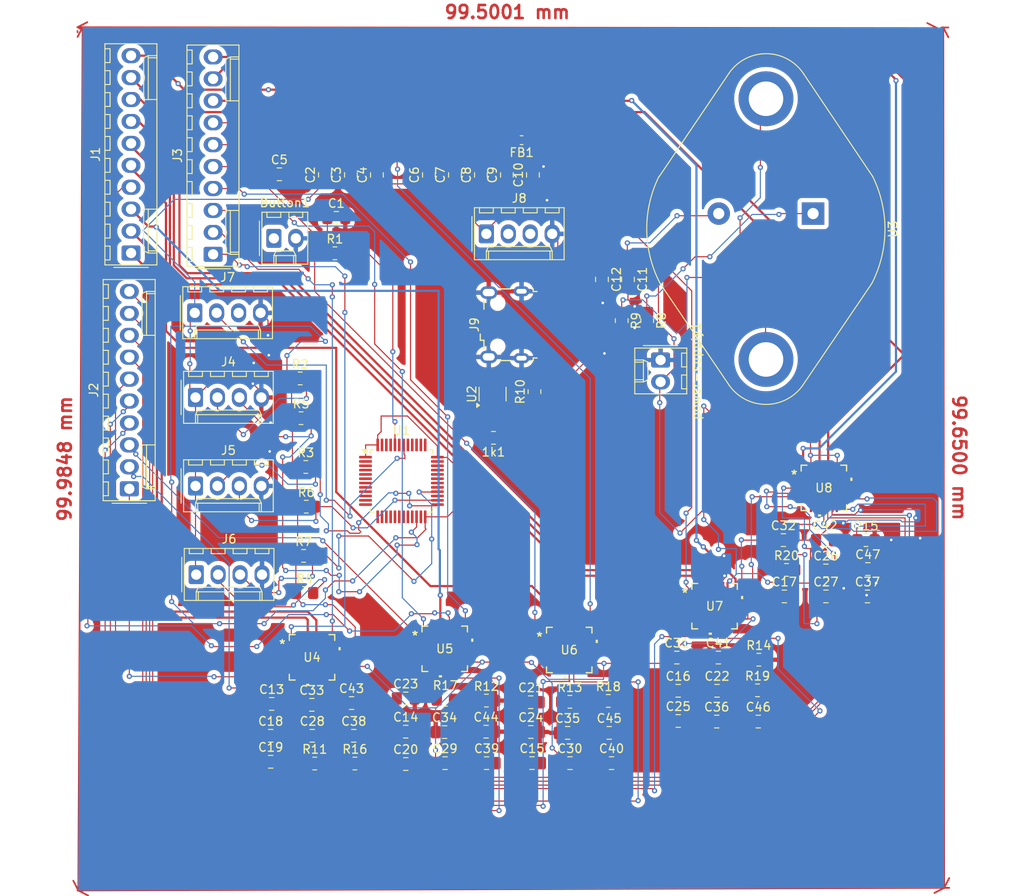
<source format=kicad_pcb>
(kicad_pcb (version 20240108) (generator "pcbnew") (generator_version "8.0")
  (layers (0 "F.Cu" signal) (31 "B.Cu" signal) (34 "B.Paste" user) (35 "F.Paste" user) (36 "B.SilkS" user "B.Silkscreen") (37 "F.SilkS" user "F.Silkscreen") (38 "B.Mask" user) (39 "F.Mask" user) (44 "Edge.Cuts" user))
  (net 0 "")
  (net 1 "Net-(U1-PA12)")
  (net 2 "+3.3V")
  (net 3 "Net-(Button1-Pin_1)")
  (net 4 "GND")
  (net 5 "Net-(U1-BOOT0)")
  (net 6 "Net-(C2-Pad2)")
  (net 7 "Net-(U1-NRST)")
  (net 8 "+3.3VA")
  (net 9 "+24V")
  (net 10 "Net-(U4-VCP)")
  (net 11 "Net-(U5-VCP)")
  (net 12 "Net-(U6-VCP)")
  (net 13 "Net-(U7-VCP)")
  (net 14 "Net-(U8-VCP)")
  (net 15 "Net-(U4-CPI)")
  (net 16 "Net-(U4-CPO)")
  (net 17 "Net-(U4-5VOUT)")
  (net 18 "Net-(U5-CPO)")
  (net 19 "Net-(U5-CPI)")
  (net 20 "Net-(U6-CPO)")
  (net 21 "Net-(U6-CPI)")
  (net 22 "Net-(U7-CPI)")
  (net 23 "Net-(U7-CPO)")
  (net 24 "Net-(U5-5VOUT)")
  (net 25 "Net-(U6-5VOUT)")
  (net 26 "Net-(U7-5VOUT)")
  (net 27 "Net-(U8-CPI)")
  (net 28 "Net-(U8-CPO)")
  (net 29 "Net-(U8-5VOUT)")
  (net 30 "OB1-1")
  (net 31 "OA1-2")
  (net 32 "OB1-4")
  (net 33 "OB1-3")
  (net 34 "OB1-2")
  (net 35 "OA1-5")
  (net 36 "OB1-5")
  (net 37 "OA1-1")
  (net 38 "OA1-3")
  (net 39 "OA1-4")
  (net 40 "DIAG-5")
  (net 41 "INDEX-2")
  (net 42 "INDEX-1")
  (net 43 "INDEX-3")
  (net 44 "INDEX-5")
  (net 45 "DIAG-4")
  (net 46 "DIAG-2")
  (net 47 "DIAG-1")
  (net 48 "DIAG-3")
  (net 49 "INDEX-4")
  (net 50 "OA2-1")
  (net 51 "OA2-3")
  (net 52 "OB2-1")
  (net 53 "OB2-4")
  (net 54 "OA2-2")
  (net 55 "OB2-3")
  (net 56 "OB2-2")
  (net 57 "OA2-4")
  (net 58 "OA2-5")
  (net 59 "OB2-5")
  (net 60 "/I2C2_SCL")
  (net 61 "Net-(J4-Pin_3)")
  (net 62 "Net-(J5-Pin_3)")
  (net 63 "Net-(J5-Pin_2)")
  (net 64 "Net-(J6-Pin_2)")
  (net 65 "Net-(J6-Pin_3)")
  (net 66 "/USART1_RX")
  (net 67 "Net-(J7-Pin_2)")
  (net 68 "Net-(J8-Pin_3)")
  (net 69 "Net-(J8-Pin_2)")
  (net 70 "Net-(J9-D-)")
  (net 71 "Net-(J9-D+)")
  (net 72 "Net-(J9-ID)")
  (net 73 "Net-(J9-VBUS)")
  (net 74 "Net-(U3-ADJ)")
  (net 75 "Net-(U4-PDN_UART)")
  (net 76 "Net-(U5-PDN_UART)")
  (net 77 "Net-(U6-PDN_UART)")
  (net 78 "Net-(U7-PDN_UART)")
  (net 79 "Net-(U8-PDN_UART)")
  (net 80 "Net-(U4-VREF)")
  (net 81 "Net-(U5-VREF)")
  (net 82 "Net-(U6-VREF)")
  (net 83 "Net-(U7-VREF)")
  (net 84 "Net-(U8-VREF)")
  (net 85 "STEP-2")
  (net 87 "MS1")
  (net 88 "STEP-5")
  (net 89 "DIR-2")
  (net 95 "STEP-1")
  (net 96 "DIR-4")
  (net 98 "Net-(U1-PA11)")
  (net 99 "MS2")
  (net 100 "STEP-4")
  (net 102 "STEP-3")
  (net 107 "DIR-5")
  (net 108 "DIR-1")
  (net 110 "DIR-3")
  (footprint "Capacitor_SMD:C_0805_2012Metric_Pad1.18x1.45mm_HandSolder" (layer "F.Cu") (at 141.898101 90.9974)
    (property "Reference" "C37")
    (property "Value" "100n")
  )
  (footprint "Resistor_SMD:R_0805_2012Metric_Pad1.20x1.40mm_HandSolder" (layer "F.Cu") (at 132.525701 87.9257)
    (property "Reference" "R20")
    (property "Value" "18k")
  )
  (footprint "Capacitor_SMD:C_0805_2012Metric_Pad1.18x1.45mm_HandSolder" (layer "F.Cu") (at 124.488199 101.925699)
    (property "Reference" "C22")
    (property "Value" "22n/50v")
  )
  (footprint "Resistor_SMD:R_0805_2012Metric_Pad1.20x1.40mm_HandSolder" (layer "F.Cu") (at 111.9 103.1)
    (property "Reference" "R18")
    (property "Value" "18k")
  )
  (footprint "Resistor_SMD:R_0805_2012Metric_Pad1.20x1.40mm_HandSolder" (layer "F.Cu") (at 103.35 67.275 90)
    (property "Reference" "R10")
    (property "Value" "100k")
  )
  (footprint "Capacitor_SMD:C_0805_2012Metric_Pad1.18x1.45mm_HandSolder" (layer "F.Cu") (at 97.8092 110.3076)
    (property "Reference" "C39")
    (property "Value" "100n")
  )
  (footprint "Resistor_SMD:R_0805_2012Metric_Pad1.20x1.40mm_HandSolder" (layer "F.Cu") (at 76.73 90.6)
    (property "Reference" "R4")
    (property "Value" "1k5")
  )
  (footprint "Capacitor_SMD:C_0805_2012Metric_Pad1.18x1.45mm_HandSolder" (layer "F.Cu") (at 94.14 42.1725 90)
    (property "Reference" "C7")
    (property "Value" "100n")
  )
  (footprint "footprints:QFN28_5X5_3X8_EPAD_TRI" (layer "F.Cu") (at 124.199999 92.1257)
    (property "Reference" "U7")
    (property "Value" "TMC2209-LA-T")
  )
  (footprint "Resistor_SMD:R_0805_2012Metric_Pad1.20x1.40mm_HandSolder" (layer "F.Cu") (at 129.175699 101.875699)
    (property "Reference" "R19")
    (property "Value" "18k")
  )
  (footprint "Capacitor_SMD:C_0805_2012Metric_Pad1.18x1.45mm_HandSolder" (layer "F.Cu") (at 141.938201 87.8257)
    (property "Reference" "C47")
    (property "Value" "100 uF")
  )
  (footprint "Capacitor_SMD:C_0805_2012Metric_Pad1.18x1.45mm_HandSolder" (layer "F.Cu") (at 91.13 42.1725 90)
    (property "Reference" "C6")
    (property "Value" "100n")
  )
  (footprint "Capacitor_SMD:C_0805_2012Metric_Pad1.18x1.45mm_HandSolder" (layer "F.Cu") (at 107.4624 110.304899)
    (property "Reference" "C30")
    (property "Value" "100n/50V")
  )
  (footprint "Capacitor_SMD:C_0805_2012Metric_Pad1.18x1.45mm_HandSolder" (layer "F.Cu") (at 102.9125 103.25)
    (property "Reference" "C21")
    (property "Value" "22n/50v")
  )
  (footprint "Resistor_SMD:R_0805_2012Metric_Pad1.20x1.40mm_HandSolder" (layer "F.Cu") (at 80.25 51.25)
    (property "Reference" "R1")
    (property "Value" "10k")
  )
  (footprint "Resistor_SMD:R_0805_2012Metric_Pad1.20x1.40mm_HandSolder" (layer "F.Cu") (at 93.0368 102.961099)
    (property "Reference" "R17")
    (property "Value" "18k")
  )
  (footprint "Connector_Molex:Molex_KK-254_AE-6410-10A_1x10_P2.54mm_Vertical" (layer "F.Cu") (at 56.45 78.53 90)
    (property "Reference" "J2")
    (property "Value" "Conn_01x10_Pin")
  )
  (footprint "Capacitor_SMD:C_0805_2012Metric_Pad1.18x1.45mm_HandSolder" (layer "F.Cu") (at 119.988199 105.425699)
    (property "Reference" "C25")
    (property "Value" "2.2 uf")
  )
  (footprint "Capacitor_SMD:C_0805_2012Metric_Pad1.18x1.45mm_HandSolder" (layer "F.Cu") (at 97.15 42.1725 90)
    (property "Reference" "C8")
    (property "Value" "10n")
  )
  (footprint "Capacitor_SMD:C_0805_2012Metric_Pad1.18x1.45mm_HandSolder" (layer "F.Cu") (at 92.9992 110.3076)
    (property "Reference" "C29")
    (property "Value" "100n/50V")
  )
  (footprint "Capacitor_SMD:C_0805_2012Metric_Pad1.18x1.45mm_HandSolder" (layer "F.Cu") (at 119.828199 98.075699)
    (property "Reference" "C31")
    (property "Value" "100n/50V")
  )
  (footprint "Connector_Molex:Molex_KK-254_AE-6410-04A_1x04_P2.54mm_Vertical" (layer "F.Cu") (at 64.02 58.15)
    (property "Reference" "J7")
    (property "Value" "Conn_01x04_Pin")
  )
  (footprint "Resistor_SMD:R_0805_2012Metric_Pad1.20x1.40mm_HandSolder" (layer "F.Cu") (at 76.63 86.3)
    (property "Reference" "R7")
    (property "Value" "1k5")
  )
  (footprint "footprints:QFN28_5X5_3X8_EPAD_TRI" (layer "F.Cu") (at 92.9611 97.0611)
    (property "Reference" "U5")
    (property "Value" "TMC2209-LA-T")
  )
  (footprint "Capacitor_SMD:C_0805_2012Metric_Pad1.18x1.45mm_HandSolder" (layer "F.Cu") (at 112 106.8)
    (property "Reference" "C45")
    (property "Value" "100 uF")
  )
  (footprint "Capacitor_SMD:C_0805_2012Metric_Pad1.18x1.45mm_HandSolder" (layer "F.Cu") (at 137.088101 90.9974)
    (property "Reference" "C27")
    (property "Value" "2.2 uf")
  )
  (footprint "Capacitor_SMD:C_0805_2012Metric_Pad1.18x1.45mm_HandSolder" (layer "F.Cu") (at 107.19 106.8)
    (property "Reference" "C35")
    (property "Value" "100n")
  )
  (footprint "Connector_Molex:Molex_KK-254_AE-6410-02A_1x02_P2.54mm_Vertical" (layer "F.Cu") (at 117.95 63.61 -90)
    (property "Reference" "power-supply1")
    (property "Value" "Conn_01x02")
  )
  (footprint "Capacitor_SMD:C_0805_2012Metric_Pad1.18x1.45mm_HandSolder" (layer "F.Cu") (at 72.8156 110.1481)
    (property "Reference" "C19")
    (property "Value" "2.2 uf")
  )
  (footprint "Capacitor_SMD:C_0805_2012Metric_Pad1.18x1.45mm_HandSolder" (layer "F.Cu") (at 103.17 42.1725 90)
    (property "Reference" "C10")
    (property "Value" "1u")
  )
  (footprint "Connector_Molex:Molex_KK-254_AE-6410-10A_1x10_P2.54mm_Vertical" (layer "F.Cu") (at 66.15 51.37 90)
    (property "Reference" "J3")
    (property "Value" "Conn_01x10_Pin")
  )
  (footprint "Capacitor_SMD:C_0805_2012Metric_Pad1.18x1.45mm_HandSolder" (layer "F.Cu") (at 119.988199 101.925699)
    (property "Reference" "C16")
    (property "Value" "100 n/16v")
  )
  (footprint "Capacitor_SMD:C_0805_2012Metric_Pad1.18x1.45mm_HandSolder" (layer "F.Cu") (at 124.448099 105.489)
    (property "Reference" "C36")
    (property "Value" "100n")
  )
  (footprint "Capacitor_SMD:C_0805_2012Metric_Pad1.18x1.45mm_HandSolder" (layer "F.Cu") (at 80.4125 47.15)
    (property "Reference" "C1")
    (property "Value" "1 uF")
  )
  (footprint "Resistor_SMD:R_0805_2012Metric_Pad1.20x1.40mm_HandSolder" (layer "F.Cu") (at 107.45 103.2)
    (property "Reference" "R13")
    (property "Value" "20k")
  )
  (footprint "Resistor_SMD:R_0805_2012Metric_Pad1.20x1.40mm_HandSolder" (layer "F.Cu") (at 98.6 72.625 180)
    (property "Reference" "1k1")
    (property "Value" "R10")
  )
  (footprint "Connector_Molex:Molex_KK-254_AE-6410-04A_1x04_P2.54mm_Vertical" (layer "F.Cu") (at 97.78 49)
    (property "Reference" "J8")
    (property "Value" "Conn_01x04_Pin")
  )
  (footprint "Capacitor_SMD:C_0805_2012Metric_Pad1.18x1.45mm_HandSolder" (layer "F.Cu") (at 100.16 42.1725 90)
    (property "Reference" "C9")
    (property "Value" "1u")
  )
  (footprint "Connector_Molex:Molex_KK-254_AE-6410-04A_1x04_P2.54mm_Vertical" (layer "F.Cu") (at 64.11 78.2)
    (property "Reference" "J5")
    (property "Value" "Conn_01x04_Pin")
  )
  (footprint "Resistor_SMD:R_0805_2012Metric_Pad1.20x1.40mm_HandSolder" (layer "F.Cu") (at 129.325699 98.325699)
    (property "Reference" "R14")
    (property "Value" "20k")
  )
  (footprint "footprints:QFN28_5X5_3X8_EPAD_TRI" (layer "F.Cu") (at 136.850001 78.4257)
    (property "Reference" "U8")
    (property "Value" "TMC2209-LA-T")
  )
  (footprint "Capacitor_SMD:C_0805_2012Metric_Pad1.18x1.45mm_HandSolder" (layer "F.Cu") (at 73.8125 42.1)
    (property "Reference" "C5")
    (property "Value" "100n")
  )
  (footprint "Connector_Molex:Molex_KK-254_AE-6410-04A_1x04_P2.54mm_Vertical" (layer "F.Cu") (at 64.19 88.47)
    (property "Reference" "J6")
    (property "Value" "Conn_01x04_Pin")
  )
  (footprint "Capacitor_SMD:C_0805_2012Metric_Pad1.18x1.45mm_HandSolder" (layer "F.Cu") (at 82.4356 107.1381)
    (property "Reference" "C38")
    (property "Value" "100n")
  )
  (footprint "Capacitor_SMD:C_0805_2012Metric_Pad1.18x1.45mm_HandSolder" (layer "F.Cu") (at 79.09 42.1725 90)
    (property "Reference" "C2")
    (property "Value" "100n")
  )
  (footprint "Capacitor_SMD:C_0805_2012Metric_Pad1.18x1.45mm_HandSolder" (layer "F.Cu") (at 103.0625 110.3)
    (property "Reference" "C15")
    (property "Value" "100 n/16v")
  )
  (footprint "Capacitor_SMD:C_0805_2012Metric_Pad1.18x1.45mm_HandSolder" (layer "F.Cu") (at 132.278101 90.9974)
    (property "Reference" "C17")
    (property "Value" "100 n/16v")
  )
  (footprint "Capacitor_SMD:C_0805_2012Metric_Pad1.18x1.45mm_HandSolder" (layer "F.Cu") (at 136.975701 84.4757)
    (property "Reference" "C42")
    (property "Value" "100n")
  )
  (footprint "footprints:QFN28_5X5_3X8_EPAD_TRI" (layer "F.Cu") (at 77.6 98.05)
    (property "Reference" "U4")
    (property "Value" "TMC2209-LA-T")
  )
  (footprint "Resistor_SMD:R_0805_2012Metric_Pad1.20x1.40mm_HandSolder" (layer "F.Cu") (at 97.7868 103.061099)
    (property "Reference" "R12")
    (property "Value" "20k")
  )
  (footprint "Capacitor_SMD:C_0805_2012Metric_Pad1.18x1.45mm_HandSolder" (layer "F.Cu") (at 72.9257 103.449999)
    (property "Reference" "C13")
    (property "Value" "100 n/16v")
  )
  (footprint "Resistor_SMD:R_0805_2012Metric_Pad1.20x1.40mm_HandSolder" (layer "F.Cu") (at 76.23 65.75)
    (property "Reference" "R2")
    (property "Value" "1k5")
  )
  (footprint "Capacitor_SMD:C_0805_2012Metric_Pad1.18x1.45mm_HandSolder" (layer "F.Cu") (at 97.7493 106.661099)
    (property "Reference" "C44")
    (property "Value" "100 uF")
  )
  (footprint "footprints:QFN28_5X5_3X8_EPAD_TRI" (layer "F.Cu") (at 107.3743 97.199999)
    (property "Reference" "U6")
    (property "Value" "TMC2209-LA-T")
  )
  (footprint "Capacitor_SMD:C_0805_2012Metric_Pad1.18x1.45mm_HandSolder" (layer "F.Cu") (at 102.9301 106.695101)
    (property "Reference" "C24")
    (property "Value" "2.2 uf")
  )
  (footprint "Capacitor_SMD:C_0805_2012Metric_Pad1.18x1.45mm_HandSolder" (layer "F.Cu") (at 132.165701 84.4757)
    (property "Reference" "C32")
    (property "Value" "100n/50V")
  )
  (footprint "Capacitor_SMD:C_0805_2012Metric_Pad1.18x1.45mm_HandSolder" (layer "F.Cu") (at 114.173225 54.276674 -90)
    (property "Reference" "C11")
    (property "Value" "0.1 uF")
  )
  (footprint "Capacitor_SMD:C_0805_2012Metric_Pad1.18x1.45mm_HandSolder" (layer "F.Cu") (at 82.1 42.1725 90)
    (property "Reference" "C3")
    (property "Value" "100n")
  )
  (footprint "Capacitor_SMD:C_0805_2012Metric_Pad1.18x1.45mm_HandSolder" (layer "F.Cu") (at 88.4493 106.661099)
    (property "Reference" "C14")
    (property "Value" "100 n/16v")
  )
  (footprint "Capacitor_SMD:C_0805_2012Metric_Pad1.18x1.45mm_HandSolder" (layer "F.Cu") (at 124.638199 98.075699)
    (property "Reference" "C41")
    (property "Value" "100n")
  )
  (footprint "Resistor_SMD:R_0805_2012Metric_Pad1.20x1.40mm_HandSolder" (layer "F.Cu") (at 76.88 76)
    (property "Reference" "R3")
    (property "Value" "1k5")
  )
  (footprint "Package_TO_SOT_THT:TO-3" (layer "F.Cu") (at 135.6 46.65 -90)
    (property "Reference" "U3")
    (property "Value" "LM117_TO3")
  )
  (footprint "Capacitor_SMD:C_0805_2012Metric_Pad1.18x1.45mm_HandSolder" (layer "F.Cu") (at 88.4493 102.811099)
    (property "Reference" "C23")
    (property "Value" "2.2 uf")
  )
  (footprint "Resistor_SMD:R_0805_2012Metric_Pad1.20x1.40mm_HandSolder" (layer "F.Cu") (at 77.9132 110.349999)
    (property "Reference" "R11")
    (property "Value" "20k")
  )
  (footprint "Capacitor_SMD:C_0805_2012Metric_Pad1.18x1.45mm_HandSolder" (layer "F.Cu") (at 111.163225 54.276674 -90)
    (property "Reference" "C12")
    (property "Value" "1 uF")
  )
  (footprint "Capacitor_SMD:C_0805_2012Metric_Pad1.18x1.45mm_HandSolder" (layer "F.Cu") (at 129.258099 105.489)
    (property "Reference" "C46")
    (property "Value" "100 uF")
  )
  (footprint "Resistor_SMD:R_0805_2012Metric_Pad1.20x1.40mm_HandSolder" (layer "F.Cu") (at 141.725701 84.4757)
    (property "Reference" "R15")
    (property "Value" "20k")
  )
  (footprint "Capacitor_SMD:C_0805_2012Metric_Pad1.18x1.45mm_HandSolder" (layer "F.Cu") (at 88.4493 110.411099)
    (property "Reference" "C20")
    (property "Value" "22n/50v")
  )
  (footprint "Connector_USB:USB_Micro-B_Wuerth_629105150521" (layer "F.Cu") (at 99.9 59.525 90)
    (property "Reference" "J9")
    (property "Value" "USB_B_Micro")
  )
  (footprint "Connector_Molex:Molex_KK-254_AE-6410-04A_1x04_P2.54mm_Vertical" (layer "F.Cu") (at 64.11 67.95)
    (property "Reference" "J4")
    (property "Value" "Conn_01x04_Pin")
  )
  (footprint "Connector_Molex:Molex_KK-254_AE-6410-10A_1x10_P2.54mm_Vertical" (layer "F.Cu") (at 56.65 51.22 90)
    (property "Reference" "J1")
    (property "Value" "Conn_01x10_Pin")
  )
  (footprint "Resistor_SMD:R_0805_2012Metric_Pad1.20x1.40mm_HandSolder" (layer "F.Cu") (at 76.33 70.35)
    (property "Reference" "R5")
    (property "Value" "1k5")
  )
  (footprint "Resistor_SMD:R_0805_2012Metric_Pad1.20x1.40mm_HandSolder" (layer "F.Cu") (at 113.45 59.05 -90)
    (property "Reference" "R9")
    (property "Value" "240")
  )
  (footprint "Resistor_SMD:R_0805_2012Metric_Pad1.20x1.40mm_HandSolder" (layer "F.Cu") (at 82.5632 110.349999)
    (property "Reference" "R16")
    (property "Value" "18k")
  )
  (footprint "Capacitor_SMD:C_0805_2012Metric_Pad1.18x1.45mm_HandSolder" (layer "F.Cu") (at 77.5757 103.549999)
    (property "Reference" "C33")
    (property "Value" "100n")
  )
  (footprint "Connector_Molex:Molex_KK-254_AE-6410-02A_1x02_P2.54mm_Vertical" (layer "F.Cu") (at 73.18 49.52)
    (property "Reference" "Button1")
    (property "Value" "Conn_01x02")
  )
  (footprint "Package_QFP:LQFP-48_7x7mm_P0.5mm" (layer "F.Cu") (at 87.95 77.6125)
    (property "Reference" "U1")
    (property "Value" "STM32F103C8T6")
  )
  (footprint "Capacitor_SMD:C_0805_2012Metric_Pad1.18x1.45mm_HandSolder" (layer "F.Cu") (at 82.1757 103.349999)
    (property "Reference" "C43")
    (property "Value" "100 uF")
  )
  (footprint "Capacitor_SMD:C_0805_2012Metric_Pad1.18x1.45mm_HandSolder" (layer "F.Cu") (at 85.11 42.1725 90)
    (property "Reference" "C4")
    (property "Value" "100n")
  )
  (footprint "Capacitor_SMD:C_0805_2012Metric_Pad1.18x1.45mm_HandSolder" (layer "F.Cu") (at 137.088101 87.9874)
    (property "Reference" "C26")
    (property "Value" "22n/50v")
  )
  (footprint "Capacitor_SMD:C_0805_2012Metric_Pad1.18x1.45mm_HandSolder" (layer "F.Cu") (at 112.2724 110.304899)
    (property "Reference" "C40")
    (property "Value" "100n")
  )
  (footprint "Capacitor_SMD:C_0805_2012Metric_Pad1.18x1.45mm_HandSolder" (layer "F.Cu") (at 72.8156 107.1381)
    (property "Reference" "C18")
    (property "Value" "22n/50v")
  )
  (footprint "Inductor_SMD:L_0603_1608Metric" (layer "F.Cu") (at 101.8625 38.15 180)
    (property "Reference" "FB1")
    (property "Value" "FerriteBead")
  )
  (footprint "Package_TO_SOT_SMD:SOT-23-6" (layer "F.Cu") (at 98.5 67.5625 90)
    (property "Reference" "U2")
    (property "Value" "USBLC6-2SC6")
  )
  (footprint "Resistor_SMD:R_0805_2012Metric_Pad1.20x1.40mm_HandSolder" (layer "F.Cu") (at 116.4 59.05 -90)
    (property "Reference" "R8")
    (property "Value" "390")
  )
  (footprint "Resistor_SMD:R_0805_2012Metric_Pad1.20x1.40mm_HandSolder" (layer "F.Cu") (at 76.93 80.6)
    (property "Reference" "R6")
    (property "Value" "1k5")
  )
  (footprint "Capacitor_SMD:C_0805_2012Metric_Pad1.18x1.45mm_HandSolder" (layer "F.Cu") (at 77.6256 107.1381)
    (property "Reference" "C28")
    (property "Value" "100n/50V")
  )
  (footprint "Capacitor_SMD:C_0805_2012Metric_Pad1.18x1.45mm_HandSolder" (layer "F.Cu") (at 92.9493 106.711099)
    (property "Reference" "C34")
    (property "Value" "100n")
  )
  (dimension (type aligned) (layer "F.Cu") (pts (xy 149.95 25.1) (xy 150.05 124.75)) (height -0.725414) (gr_text "99.6500 mm" (at 152.525413 74.922466 270.057497) (layer "F.Cu") (effects (font (size 1.5 1.5) (thickness 0.3)))) (format (prefix "") (suffix "") (units 3) (units_format 1) (precision 4)) (style (thickness 0.2) (arrow_length 1.27) (text_position_mode 0) (extension_height 0.58642) (extension_offset 0.5) keep_text_aligned))
  (dimension (type aligned) (layer "F.Cu") (pts (xy 50.541815 125.052959) (xy 150.775414 124.749272)) (height 0) (gr_text "100.2341 mm" (at 100.653161 123.101123 0.173594358) (layer "F.Cu") (effects (font (size 1.5 1.5) (thickness 0.3)))) (format (prefix "") (suffix "") (units 3) (units_format 1) (precision 4)) (style (thickness 0.2) (arrow_length 1.27) (text_position_mode 0) (extension_height 0.58642) (extension_offset 0.5) keep_text_aligned))
  (dimension (type aligned) (layer "F.Cu") (pts (xy 50.45 25) (xy 149.95 25.1)) (height 0.066461) (gr_text "99.5001 mm" (at 100.201742 23.316462 359.9424163) (layer "F.Cu") (effects (font (size 1.5 1.5) (thickness 0.3)))) (format (prefix "") (suffix "") (units 3) (units_format 1) (precision 4)) (style (thickness 0.2) (arrow_length 1.27) (text_position_mode 0) (extension_height 0.58642) (extension_offset 0.5) keep_text_aligned))
  (dimension (type aligned) (layer "F.Cu") (pts (xy 50.449933 25.066461) (xy 49.95 125.05)) (height -0.591822) (gr_text "99.9848 mm" (at 48.991804 75.05219 89.71351415) (layer "F.Cu") (effects (font (size 1.5 1.5) (thickness 0.3)))) (format (prefix "") (suffix "") (units 3) (units_format 1) (precision 4)) (style (thickness 0.2) (arrow_length 1.27) (text_position_mode 0) (extension_height 0.58642) (extension_offset 0.5) keep_text_aligned))
  (segment (start 105.1 67.95) (end 105.1 70.45) (width 0.127) (layer "F.Cu") (net 2))
  (segment (start 127.95 93.65) (end 127.9257 93.6257) (width 0.127) (layer "F.Cu") (net 2))
  (segment (start 91.13 43.21) (end 94.14 43.21) (width 0.127) (layer "F.Cu") (net 2))
  (segment (start 101.075 39.275) (end 101.075 38.15) (width 0.127) (layer "F.Cu") (net 2))
  (segment (start 113.45 58.05) (end 112.7 57.3) (width 0.127) (layer "F.Cu") (net 2))
  (segment (start 118.116398 98.75) (end 118.790699 98.075699) (width 0.127) (layer "F.Cu") (net 2))
  (segment (start 111.35 61.7) (end 105.1 67.95) (width 0.127) (layer "F.Cu") (net 2))
  (segment (start 66.9 94.15) (end 72.05 94.15) (width 0.127) (layer "F.Cu") (net 2))
  (segment (start 63.5 58.67) (end 63.5 60.25) (width 0.127) (layer "F.Cu") (net 2))
  (segment (start 78.1262 105.6) (end 76.5881 107.1381) (width 0.127) (layer "F.Cu") (net 2))
  (segment (start 127.15 47.15) (end 127.15 51.55) (width 0.127) (layer "F.Cu") (net 2))
  (segment (start 78.94 43.21) (end 79.09 43.21) (width 0.127) (layer "F.Cu") (net 2))
  (segment (start 104.54 43.21) (end 105.35 42.4) (width 0.127) (layer "F.Cu") (net 2))
  (segment (start 127.3257 84.4757) (end 127.3 84.45) (width 0.127) (layer "F.Cu") (net 2))
  (segment (start 83.2 99.1) (end 82.6 98.5) (width 0.127) (layer "F.Cu") (net 2))
  (segment (start 111.6 58.05) (end 111.05 58.6) (width 0.127) (layer "F.Cu") (net 2))
  (segment (start 97.78 48.6) (end 103.17 43.21) (width 0.127) (layer "F.Cu") (net 2))
  (segment (start 107.95 50.025949) (end 111.163225 53.239174) (width 0.127) (layer "F.Cu") (net 2))
  (segment (start 128.65 93.6) (end 126.651399 93.6) (width 0.127) (layer "F.Cu") (net 2))
  (segment (start 113.45 58.05) (end 113.45 56.65) (width 0.127) (layer "F.Cu") (net 2))
  (segment (start 112.7 53.2) (end 111.202399 53.2) (width 0.127) (layer "F.Cu") (net 2))
  (segment (start 94.2 75.85) (end 93.25 74.9) (width 0.127) (layer "F.Cu") (net 2))
  (segment (start 66.31 65.75) (end 75.23 65.75) (width 0.127) (layer "F.Cu") (net 2))
  (segment (start 109.850001 98.75) (end 109.8 98.699999) (width 0.127) (layer "F.Cu") (net 2))
  (segment (start 64.11 67.95) (end 64.11 78.2) (width 0.127) (layer "F.Cu") (net 2))
  (segment (start 105.1 70.45) (end 97.7 70.45) (width 0.127) (layer "F.Cu") (net 2))
  (segment (start 111.4 98.75) (end 109.850001 98.75) (width 0.127) (layer "F.Cu") (net 2))
  (segment (start 79.09 43.21) (end 82.1 43.21) (width 0.127) (layer "F.Cu") (net 2))
  (segment (start 97.4 72.425) (end 97.6 72.625) (width 0.127) (layer "F.Cu") (net 2))
  (segment (start 94.2 80.85) (end 94.2 75.85) (width 0.127) (layer "F.Cu") (net 2))
  (segment (start 89.8 84.2) (end 90.8 83.2) (width 0.127) (layer "F.Cu") (net 2))
  (segment (start 127.15 51.55) (end 124.65 54.05) (width 0.127) (layer "F.Cu") (net 2))
  (segment (start 64.02 58.15) (end 63.5 58.67) (width 0.127) (layer "F.Cu") (net 2))
  (segment (start 131.128201 84.4757) (end 127.3257 84.4757) (width 0.127) (layer "F.Cu") (net 2))
  (segment (start 97.7 70.45) (end 97.4 70.75) (width 0.127) (layer "F.Cu") (net 2))
  (segment (start 75.73 91.13) (end 76.55 91.95) (width 0.127) (layer "F.Cu") (net 2))
  (segment (start 75.33 70.35) (end 75.33 75.45) (width 0.127) (layer "F.Cu") (net 2))
  (segment (start 75.73 90.6) (end 75.73 91.13) (width 0.127) (layer "F.Cu") (net 2))
  (segment (start 91.9617 110.3076) (end 91.9 110.2459) (width 0.127) (layer "F.Cu") (net 2))
  (segment (start 75.93 80.6) (end 75.93 86) (width 0.127) (layer "F.Cu") (net 2))
  (segment (start 85.6 70.1) (end 85.6 71.9) (width 0.127) (layer "F.Cu") (net 2))
  (segment (start 84 99.1) (end 83.2 99.1) (width 0.127) (layer "F.Cu") (net 2))
  (segment (start 93.25 74.9) (end 92.15 74.9) (width 0.127) (layer "F.Cu") (net 2))
  (segment (start 97.3 98.6) (end 95.4257 98.6) (width 0.127) (layer "F.Cu") (net 2))
  (segment (start 97.3 98.6) (end 102.95 98.6) (width 0.127) (layer "F.Cu") (net 2))
  (segment (start 91.9 110.2459) (end 91.9 108.8) (width 0.127) (layer "F.Cu") (net 2))
  (segment (start 95.4257 98.6) (end 95.3868 98.5611) (width 0.127) (layer "F.Cu") (net 2))
  (segment (start 105.1 42.15) (end 105.1 39.65) (width 0.127) (layer "F.Cu") (net 2))
  (segment (start 75.88 76) (end 75.88 80.55) (width 0.127) (layer "F.Cu") (net 2))
  (segment (start 132.953901 82.65) (end 135.8 82.65) (width 0.127) (layer "F.Cu") (net 2))
  (segment (start 103.17 43.21) (end 104.54 43.21) (width 0.127) (layer "F.Cu") (net 2))
  (segment (start 103.17 43.21) (end 104.46 44.5) (width 0.127) (layer "F.Cu") (net 2))
  (segment (start 92.1125 74.8625) (end 92.1125 73.5625) (width 0.127) (layer "F.Cu") (net 2))
  (segment (start 82.6 98.5) (end 82.6 98.7) (width 0.127) (layer "F.Cu") (net 2))
  (segment (start 130.15 33.35) (end 129.5 34) (width 0.127) (layer "F.Cu") (net 2))
  (segment (start 112.7 57.3) (end 112.7 53.2) (width 0.127) (layer "F.Cu") (net 2))
  (segment (start 127.9257 93.6257) (end 126.625699 93.6257) (width 0.127) (layer "F.Cu") (net 2))
  (segment (start 127.35 89.75) (end 128.05 90.45) (width 0.127) (layer "F.Cu") (net 2))
  (segment (start 75.23 65.75) (end 75.23 70.25) (width 0.127) (layer "F.Cu") (net 2))
  (segment (start 105.35 42.4) (end 105.1 42.15) (width 0.127) (layer "F.Cu") (net 2))
  (segment (start 97.4 70.75) (end 97.4 72.425) (width 0.127) (layer "F.Cu") (net 2))
  (segment (start 140 79.9) (end 139.301401 79.9) (width 0.127) (layer "F.Cu") (net 2))
  (segment (start 131.128201 84.4757) (end 132.953901 82.65) (width 0.127) (layer "F.Cu") (net 2))
  (segment (start 80.0257 99.55) (end 79.95 99.6257) (width 0.127) (layer "F.Cu") (net 2))
  (segment (start 130.1 59.5) (end 130.1 63.5) (width 0.127) (layer "F.Cu") (net 2))
  (segment (start 104.46 44.5) (end 107.95 44.5) (width 0.127) (layer "F.Cu") (net 2))
  (segment (start 111.05 58.6) (end 111.05 61.4) (width 0.127) (layer "F.Cu") (net 2))
  (segment (start 63.45 64.05) (end 63.45 67.29) (width 0.127) (layer "F.Cu") (net 2))
  (segment (start 113.45 58.05) (end 111.6 58.05) (width 0.127) (layer "F.Cu") (net 2))
  (segment (start 120.416398 96.45) (end 120.75 96.45) (width 0.127) (layer "F.Cu") (net 2))
  (segment (start 92.1125 73.5625) (end 88.65 70.1) (width 0.127) (layer "F.Cu") (net 2))
  (segment (start 74.7 65.22) (end 74.7 63.1) (width 0.127) (layer "F.Cu") (net 2))
  (segment (start 90.8 83.2) (end 90.7 83.1) (width 0.127) (layer "F.Cu") (net 2))
  (segment (start 105.1 39.65) (end 101.45 39.65) (width 0.127) (layer "F.Cu") (net 2))
  (segment (start 75.23 70.25) (end 75.33 70.35) (width 0.127) (layer "F.Cu") (net 2))
  (segment (start 127.35 87.5) (end 127.35 89.75) (width 0.127) (layer "F.Cu") (net 2))
  (segment (start 77.15 45) (end 78.94 43.21) (width 0.127) (layer "F.Cu") (net 2))
  (segment (start 83.8 73.45) (end 83.8 74.85) (width 0.127) (layer "F.Cu") (net 2))
  (segment (start 75.23 65.75) (end 74.7 65.22) (width 0.127) (layer "F.Cu") (net 2))
  (segment (start 82.1 43.21) (end 85.11 43.21) (width 0.127) (layer "F.Cu") (net 2))
  (segment (start 118.790699 98.075699) (end 120.416398 96.45) (width 0.127) (layer "F.Cu") (net 2))
  (segment (start 90.7 83.1) (end 90.7 81.775) (width 0.127) (layer "F.Cu") (net 2))
  (segment (start 80 91.95) (end 82.6 94.55) (width 0.127) (layer "F.Cu") (net 2))
  (segment (start 111.4 98.75) (end 118.116398 98.75) (width 0.127) (layer "F.Cu") (net 2))
  (segment (start 85.6 71.9) (end 85.2 72.3) (width 0.127) (layer "F.Cu") (net 2))
  (segment (start 61.35 77.75) (end 61.35 91.6) (width 0.127) (layer "F.Cu") (net 2))
  (segment (start 139.301401 79.9) (end 139.275701 79.9257) (width 0.127) (layer "F.Cu") (net 2))
  (segment (start 85.11 43.21) (end 91.13 43.21) (width 0.127) (layer "F.Cu") (net 2))
  (segment (start 124.65 54.05) (end 130.1 59.5) (width 0.127) (layer "F.Cu") (net 2))
  (segment (start 92.15 74.9) (end 92.1125 74.8625) (width 0.127) (layer "F.Cu") (net 2))
  (segment (start 75.63 86.3) (end 75.73 86.4) (width 0.127) (layer "F.Cu") (net 2))
  (segment (start 64.11 67.95) (end 66.31 65.75) (width 0.127) (layer "F.Cu") (net 2))
  (segment (start 64.11 78.2) (end 64.11 88.39) (width 0.127) (layer "F.Cu") (net 2))
  (segment (start 75.33 75.45) (end 75.88 76) (width 0.127) (layer "F.Cu") (net 2))
  (segment (start 88.65 70.1) (end 85.6 70.1) (width 0.127) (layer "F.Cu") (net 2))
  (segment (start 94.14 45.36) (end 97.78 49) (width 0.127) (layer "F.Cu") (net 2))
  (segment (start 93.275 81.775) (end 94.2 80.85) (width 0.127) (layer "F.Cu") (net 2))
  (segment (start 79.95 105.6) (end 78.1262 105.6) (width 0.127) (layer "F.Cu") (net 2))
  (segment (start 75.88 80.55) (end 75.93 80.6) (width 0.127) (layer "F.Cu") (net 2))
  (segment (start 82.6 94.55) (end 82.6 98.5) (width 0.127) (layer "F.Cu") (net 2))
  (segment (start 107.95 44.5) (end 107.95 50.025949) (width 0.127) (layer "F.Cu") (net 2))
  (segment (start 106.4249 109.5749) (end 105.4 108.55) (width 0.127) (layer "F.Cu") (net 2))
  (segment (start 79.15 91.95) (end 80 91.95) (width 0.127) (layer "F.Cu") (net 2))
  (segment (start 87.3 84.2) (end 89.8 84.2) (width 0.127) (layer "F.Cu") (net 2))
  (segment (start 141.85 79.7) (end 140.2 79.7) (width 0.127) (layer "F.Cu") (net 2))
  (segment (start 63.45 67.29) (end 64.11 67.95) (width 0.127) (layer "F.Cu") (net 2))
  (segment (start 79.15 90.25) (end 80.2 89.2) (width 0.127) (layer "F.Cu") (net 2))
  (segment (start 85.2 72.3) (end 85.2 73.45) (width 0.127) (layer "F.Cu") (net 2))
  (segment (start 75.93 86) (end 75.63 86.3) (width 0.127) (layer "F.Cu") (net 2))
  (segment (start 126.651399 93.6) (end 126.625699 93.6257) (width 0.127) (layer "F.Cu") (net 2))
  (segment (start 75.73 86.4) (end 75.73 90.6) (width 0.127) (layer "F.Cu") (net 2))
  (segment (start 129.5 34) (end 129.5 41.3) (width 0.127) (layer "F.Cu") (net 2))
  (segment (start 113.45 56.65) (end 113.6 56.65) (width 0.127) (layer "F.Cu") (net 2))
  (segment (start 140.2 79.7) (end 140 79.9) (width 0.127) (layer "F.Cu") (net 2))
  (segment (start 101.45 39.65) (end 101.075 39.275) (width 0.127) (layer "F.Cu") (net 2))
  (segment (start 90.7 81.775) (end 93.275 81.775) (width 0.127) (layer "F.Cu") (net 2))
  (segment (start 80.2 89.2) (end 82.3 89.2) (width 0.127) (layer "F.Cu") (net 2))
  (segment (start 128.05 90.45) (end 128.05 93.55) (width 0.127) (layer "F.Cu") (net 2))
  (segment (start 111.05 61.4) (end 111.35 61.7) (width 0.127) (layer "F.Cu") (net 2))
  (segment (start 97.78 49) (end 97.78 48.6) (width 0.127) (layer "F.Cu") (net 2))
  (segment (start 81.75 99.55) (end 80.0257 99.55) (width 0.127) (layer "F.Cu") (net 2))
  (segment (start 121 54.05) (end 124.65 54.05) (width 0.127) (layer "F.Cu") (net 2))
  (segment (start 102.95 98.6) (end 103 98.65) (width 0.127) (layer "F.Cu") (net 2))
  (segment (start 85.2 73.45) (end 83.8 73.45) (width 0.127) (layer "F.Cu") (net 2))
  (segment (start 130.1 63.5) (end 130.15 63.55) (width 0.127) (layer "F.Cu") (net 2))
  (segment (start 79.95 99.6257) (end 79.95 105.6) (width 0.127) (layer "F.Cu") (net 2))
  (segment (start 82.6 98.7) (end 81.75 99.55) (width 0.127) (layer "F.Cu") (net 2))
  (segment (start 128.05 93.55) (end 127.95 93.65) (width 0.127) (layer "F.Cu") (net 2))
  (segment (start 94.14 43.21) (end 94.14 45.36) (width 0.127) (layer "F.Cu") (net 2))
  (segment (start 106.4249 110.304899) (end 106.4249 109.5749) (width 0.127) (layer "F.Cu") (net 2))
  (segment (start 83.8 74.85) (end 83.7875 74.8625) (width 0.127) (layer "F.Cu") (net 2))
  (segment (start 111.202399 53.2) (end 111.163225 53.239174) (width 0.127) (layer "F.Cu") (net 2))
  (segment (start 64.11 88.39) (end 64.19 88.47) (width 0.127) (layer "F.Cu") (net 2))
  (via (at 84 99.1) (size 0.6) (drill 0.3) (layers "F.Cu" "B.Cu") (net 2))
  (via (at 113.6 56.65) (size 0.6) (drill 0.3) (layers "F.Cu" "B.Cu") (net 2))
  (via (at 61.35 77.75) (size 0.6) (drill 0.3) (layers "F.Cu" "B.Cu") (net 2))
  (via (at 141.85 79.7) (size 0.6) (drill 0.3) (layers "F.Cu" "B.Cu") (net 2))
  (via (at 79.15 61.45) (size 0.6) (drill 0.3) (layers "F.Cu" "B.Cu") (net 2))
  (via (at 79.15 90.25) (size 0.6) (drill 0.3) (layers "F.Cu" "B.Cu") (net 2))
  (via (at 79.15 91.95) (size 0.6) (drill 0.3) (layers "F.Cu" "B.Cu") (net 2))
  (via (at 127.35 87.5) (size 0.6) (drill 0.3) (layers "F.Cu" "B.Cu") (net 2))
  (via (at 129.5 41.3) (size 0.6) (drill 0.3) (layers "F.Cu" "B.Cu") (net 2))
  (via (at 76.55 91.95) (size 0.6) (drill 0.3) (layers "F.Cu" "B.Cu") (net 2))
  (via (at 103 98.65) (size 0.6) (drill 0.3) (layers "F.Cu" "B.Cu") (net 2))
  (via (at 61.35 91.6) (size 0.6) (drill 0.3) (layers "F.Cu" "B.Cu") (net 2))
  (via (at 66.9 94.15) (size 0.6) (drill 0.3) (layers "F.Cu" "B.Cu") (net 2))
  (via (at 111.4 98.75) (size 0.6) (drill 0.3) (layers "F.Cu" "B.Cu") (net 2))
  (via (at 135.8 82.65) (size 0.6) (drill 0.3) (layers "F.Cu" "B.Cu") (net 2))
  (via (at 63.45 64.05) (size 0.6) (drill 0.3) (layers "F.Cu" "B.Cu") (net 2))
  (via (at 127.15 47.15) (size 0.6) (drill 0.3) (layers "F.Cu" "B.Cu") (net 2))
  (via (at 63.5 60.25) (size 0.6) (drill 0.3) (layers "F.Cu" "B.Cu") (net 2))
  (via (at 87.3 84.2) (size 0.6) (drill 0.3) (layers "F.Cu" "B.Cu") (net 2))
  (via (at 120.75 96.45) (size 0.6) (drill 0.3) (layers "F.Cu" "B.Cu") (net 2))
  (via (at 127.3 84.45) (size 0.6) (drill 0.3) (layers "F.Cu" "B.Cu") (net 2))
  (via (at 91.9 108.8) (size 0.6) (drill 0.3) (layers "F.Cu" "B.Cu") (net 2))
  (via (at 82.3 89.2) (size 0.6) (drill 0.3) (layers "F.Cu" "B.Cu") (net 2))
  (via (at 72.05 94.15) (size 0.6) (drill 0.3) (layers "F.Cu" "B.Cu") (net 2))
  (via (at 105.4 108.55) (size 0.6) (drill 0.3) (layers "F.Cu" "B.Cu") (net 2))
  (via (at 77.15 45) (size 0.6) (drill 0.3) (layers "F.Cu" "B.Cu") (net 2))
  (via (at 74.7 63.1) (size 0.6) (drill 0.3) (layers "F.Cu" "B.Cu") (net 2))
  (via (at 128.65 93.6) (size 0.6) (drill 0.3) (layers "F.Cu" "B.Cu") (net 2))
  (via (at 121 54.05) (size 0.6) (drill 0.3) (layers "F.Cu" "B.Cu") (net 2))
  (via (at 97.3 98.6) (size 0.6) (drill 0.3) (layers "F.Cu" "B.Cu") (net 2))
  (segment (start 103 98.65) (end 104.9 100.55) (width 0.127) (layer "B.Cu") (net 2))
  (segment (start 73.55 92.65) (end 77.7 92.65) (width 0.127) (layer "B.Cu") (net 2))
  (segment (start 74.7 63.1) (end 76.35 61.45) (width 0.127) (layer "B.Cu") (net 2))
  (segment (start 91.9 104) (end 92 103.9) (width 0.127) (layer "B.Cu") (net 2))
  (segment (start 64.02 58.15) (end 64.02 54.57) (width 0.127) (layer "B.Cu") (net 2))
  (segment (start 135.8 82.65) (end 136.1 82.65) (width 0.127) (layer "B.Cu") (net 2))
  (segment (start 139.95 83.15) (end 139.95 82.5) (width 0.127) (layer "B.Cu") (net 2))
  (segment (start 113.6 56.65) (end 115.9 56.65) (width 0.127) (layer "B.Cu") (net 2))
  (segment (start 79.15 61.45) (end 77.4 59.7) (width 0.127) (layer "B.Cu") (net 2))
  (segment (start 61.65 45) (end 77.15 45) (width 0.127) (layer "B.Cu") (net 2))
  (segment (start 63.5 64) (end 63.45 64.05) (width 0.127) (layer "B.Cu") (net 2))
  (segment (start 79.15 91.2) (end 79.15 90.25) (width 0.127) (layer "B.Cu") (net 2))
  (segment (start 120.75 96.45) (end 125.8 96.45) (width 0.127) (layer "B.Cu") (net 2))
  (segment (start 63.5 60.25) (end 63.5 64) (width 0.127) (layer "B.Cu") (net 2))
  (segment (start 129.5 41.3) (end 129.5 44.8) (width 0.127) (layer "B.Cu") (net 2))
  (segment (start 111.35 98.8) (end 111.4 98.75) (width 0.127) (layer "B.Cu") (net 2))
  (segment (start 149.9 83.45) (end 149.9 80) (width 0.127) (layer "B.Cu") (net 2))
  (segment (start 129.5 44.8) (end 127.15 47.15) (width 0.127) (layer "B.Cu") (net 2))
  (segment (start 136.6 83.15) (end 139.95 83.15) (width 0.127) (layer "B.Cu") (net 2))
  (segment (start 140.15 83.3) (end 140.3 83.45) (width 0.127) (layer "B.Cu") (net 2))
  (segment (start 58.05 48.6) (end 61.65 45) (width 0.127) (layer "B.Cu") (net 2))
  (segment (start 111.35 100.6) (end 111.35 98.8) (width 0.127) (layer "B.Cu") (net 2))
  (segment (start 92 103.9) (end 88.8 103.9) (width 0.127) (layer "B.Cu") (net 2))
  (segment (start 88.8 103.9) (end 84 99.1) (width 0.127) (layer "B.Cu") (net 2))
  (segment (start 77.4 59.7) (end 61.25 59.7) (width 0.127) (layer "B.Cu") (net 2))
  (segment (start 61.35 91.6) (end 63.9 94.15) (width 0.127) (layer "B.Cu") (net 2))
  (segment (start 149.9 80) (end 149.5 79.6) (width 0.127) (layer "B.Cu") (net 2))
  (segment (start 76.55 91.95) (end 79.15 91.95) (width 0.127) (layer "B.Cu") (net 2))
  (segment (start 61.25 59.7) (end 61.25 77.65) (width 0.127) (layer "B.Cu") (net 2))
  (segment (start 127 47.3) (end 127.15 47.15) (width 0.127) (layer "B.Cu") (net 2))
  (segment (start 121 59.35) (end 121 54.05) (width 0.127) (layer "B.Cu") (net 2))
  (segment (start 139.95 82.5) (end 139.95 83.1) (width 0.127) (layer "B.Cu") (net 2))
  (segment (start 127.3 87.45) (end 127.35 87.5) (width 0.127) (layer "B.Cu") (net 2))
  (segment (start 140.3 83.45) (end 145.35 83.45) (width 0.127) (layer "B.Cu") (net 2))
  (segment (start 64.02 54.57) (end 58.05 48.6) (width 0.127) (layer "B.Cu") (net 2))
  (segment (start 145.35 83.45) (end 149.9 83.45) (width 0.127) (layer "B.Cu") (net 2))
  (segment (start 149.5 79.6) (end 141.95 79.6) (width 0.127) (layer "B.Cu") (net 2))
  (segment (start 136.1 82.65) (end 136.6 83.15) (width 0.127) (layer "B.Cu") (net 2))
  (segment (start 104.9 100.55) (end 104.95 100.6) (width 0.127) (layer "B.Cu") (net 2))
  (segment (start 105.4 101.05) (end 104.9 100.55) (width 0.127) (layer "B.Cu") (net 2))
  (segment (start 125.8 96.45) (end 128.65 93.6) (width 0.127) (layer "B.Cu") (net 2))
  (segment (start 63.9 94.15) (end 66.9 94.15) (width 0.127) (layer "B.Cu") (net 2))
  (segment (start 61.25 77.65) (end 61.35 77.75) (width 0.127) (layer "B.Cu") (net 2))
  (segment (start 141.95 79.6) (end 141.85 79.7) (width 0.127) (layer "B.Cu") (net 2))
  (segment (start 91.9 108.8) (end 91.9 104) (width 0.127) (layer "B.Cu") (net 2))
  (segment (start 76.35 61.45) (end 79.15 61.45) (width 0.127) (layer "B.Cu") (net 2))
  (segment (start 104.95 100.6) (end 111.35 100.6) (width 0.127) (layer "B.Cu") (net 2))
  (segment (start 139.95 83.1) (end 140.15 83.3) (width 0.127) (layer "B.Cu") (net 2))
  (segment (start 127.3 84.45) (end 127.3 87.45) (width 0.127) (layer "B.Cu") (net 2))
  (segment (start 77.7 92.65) (end 79.15 91.2) (width 0.127) (layer "B.Cu") (net 2))
  (segment (start 119.8 60.55) (end 121 59.35) (width 0.127) (layer "B.Cu") (net 2))
  (segment (start 82.3 89.2) (end 87.3 84.2) (width 0.127) (layer "B.Cu") (net 2))
  (segment (start 72.05 94.15) (end 73.55 92.65) (width 0.127) (layer "B.Cu") (net 2))
  (segment (start 92 103.9) (end 97.3 98.6) (width 0.127) (layer "B.Cu") (net 2))
  (segment (start 105.4 108.55) (end 105.4 101.05) (width 0.127) (layer "B.Cu") (net 2))
  (segment (start 115.9 56.65) (end 119.8 60.55) (width 0.127) (layer "B.Cu") (net 2))
  (segment (start 117.95 63.61) (end 117.95 61.6) (width 0.127) (layer "F.Cu") (net 4))
  (segment (start 142.975701 87.8257) (end 142.9 87.901401) (width 0.127) (layer "F.Cu") (net 4))
  (segment (start 71.73 78.2) (end 71.81 78.28) (width 0.127) (layer "F.Cu") (net 4))
  (segment (start 105.4 49) (end 105.4 45.7) (width 0.127) (layer "F.Cu") (net 4))
  (segment (start 71.73 67.95) (end 71.73 69.78) (width 0.127) (layer "F.Cu") (net 4))
  (segment (start 133.203201 84.4757) (end 131.378901 86.3) (width 0.127) (layer "F.Cu") (net 4))
  (segment (start 142.9 87.901401) (end 142.9 89.45) (width 0.127) (layer "F.Cu") (net 4))
  (segment (start 141.1 81) (end 140.95 81) (width 0.127) (layer "F.Cu") (net 4))
  (segment (start 137.8 80.901402) (end 137.850002 80.8514) (width 0.127) (layer "F.Cu") (net 4))
  (segment (start 141.008001 90.85) (end 140.860601 90.9974) (width 0.127) (layer "F.Cu") (net 4))
  (segment (start 116.25 59.9) (end 116.4 60.05) (width 0.127) (layer "F.Cu") (net 4))
  (segment (start 142 88.801401) (end 142 89.15) (width 0.127) (layer "F.Cu") (net 4))
  (segment (start 71.81 78.28) (end 71.81 88.47) (width 0.127) (layer "F.Cu") (net 4))
  (segment (start 111.25 57) (end 111.25 55.400949) (width 0.127) (layer "F.Cu") (net 4))
  (segment (start 106.05 53) (end 106.05 49.65) (width 0.127) (layer "F.Cu") (net 4))
  (segment (start 71.73 67.95) (end 71.73 67.33) (width 0.127) (layer "F.Cu") (net 4))
  (segment (start 103.235 41.2) (end 103.17 41.135) (width 0.127) (layer "F.Cu") (net 4))
  (segment (start 125.35 88.9) (end 125.15 89.1) (width 0.127) (layer "F.Cu") (net 4))
  (segment (start 71.7 63.95) (end 72.6 63.05) (width 0.127) (layer "F.Cu") (net 4))
  (segment (start 72.5 59.01) (end 71.64 58.15) (width 0.127) (layer "F.Cu") (net 4))
  (segment (start 106.05 49.65) (end 105.4 49) (width 0.127) (layer "F.Cu") (net 4))
  (segment (start 137.913901 82.5) (end 139.1 82.5) (width 0.127) (layer "F.Cu") (net 4))
  (segment (start 111.163225 55.314174) (end 108.364174 55.314174) (width 0.127) (layer "F.Cu") (net 4))
  (segment (start 137.8 81.5) (end 137.8 80.901402) (width 0.127) (layer "F.Cu") (net 4))
  (segment (start 72.7 74.2) (end 72.7 77.23) (width 0.127) (layer "F.Cu") (net 4))
  (segment (start 70.85 63.95) (end 71.7 63.95) (width 0.127) (layer "F.Cu") (net 4))
  (segment (start 112.21 63.61) (end 111.45 62.85) (width 0.127) (layer "F.Cu") (net 4))
  (segment (start 140.95 81) (end 140.45 81.5) (width 0.127) (layer "F.Cu") (net 4))
  (segment (start 140.45 81.5) (end 137.8 81.5) (width 0.127) (layer "F.Cu") (net 4))
  (segment (start 105.4 45.7) (end 104.8 45.1) (width 0.127) (layer "F.Cu") (net 4))
  (segment (start 148 84.25) (end 148 82.4) (width 0.127) (layer "F.Cu") (net 4))
  (segment (start 135.938201 84.4757) (end 137.913901 82.5) (width 0.127) (layer "F.Cu") (net 4))
  (segment (start 117.95 63.61) (end 112.21 63.61) (width 0.127) (layer "F.Cu") (net 4))
  (segment (start 133.203201 84.4757) (end 135.938201 84.4757) (width 0.127) (layer "F.Cu") (net 4))
  (segment (start 142.975701 87.8257) (end 142 88.801401) (width 0.127) (layer "F.Cu") (net 4))
  (segment (start 142.975701 87.8257) (end 142.975701 84.7257) (width 0.127) (layer "F.Cu") (net 4))
  (segment (start 71.73 69.78) (end 72.8 70.85) (width 0.127) (layer "F.Cu") (net 4))
  (segment (start 104.4 41.2) (end 103.235 41.2) (width 0.127) (layer "F.Cu") (net 4))
  (segment (start 114.173225 55.314174) (end 114.173225 56.623225) (width 0.127) (layer "F.Cu") (net 4))
  (segment (start 114.95 59.9) (end 116.25 59.9) (width 0.127) (layer "F.Cu") (net 4))
  (segment (start 125.35 88.6) (end 125.35 88.9) (width 0.127) (layer "F.Cu") (net 4))
  (segment (start 71.73 67.33) (end 70.75 66.35) (width 0.127) (layer "F.Cu") (net 4))
  (segment (start 139.073001 90.05) (end 138.125601 90.9974) (width 0.127) (layer "F.Cu") (net 4))
  (segment (start 142.725701 84.4757) (end 142.751401 84.45) (width 0.127) (layer "F.Cu") (net 4))
  (segment (start 117.95 61.6) (end 116.4 60.05) (width 0.127) (layer "F.Cu") (net 4))
  (segment (start 141.8 90.85) (end 141.008001 90.85) (width 0.127) (layer "F.Cu") (net 4))
  (segment (start 125.15 89.1) (end 125.15 89.65) (width 0.127) (layer "F.Cu") (net 4))
  (segment (start 139.15 90.05) (end 139.073001 90.05) (width 0.127) (layer "F.Cu") (net 4))
  (segment (start 148 82.4) (end 147.5 81.9) (width 0.127) (layer "F.Cu") (net 4))
  (segment (start 114.173225 56.623225) (end 114.95 57.4) (width 0.127) (layer "F.Cu") (net 4))
  (segment (start 125.15 89.65) (end 125.2 89.7) (width 0.127) (layer "F.Cu") (net 4))
  (segment (start 72.5 60.75) (end 72.5 59.01) (width 0.127) (layer "F.Cu") (net 4))
  (segment (start 142.975701 84.7257) (end 142.725701 84.4757) (width 0.127) (layer "F.Cu") (net 4))
  (segment (start 72.7 77.23) (end 71.73 78.2) (width 0.127) (layer "F.Cu") (net 4))
  (segment (start 108.364174 55.314174) (end 106.05 53) (width 0.127) (layer "F.Cu") (net 4))
  (segment (start 111.25 55.400949) (end 111.163225 55.314174) (width 0.127) (layer "F.Cu") (net 4))
  (segment (start 142.751401 84.45) (end 144.65 84.45) (width 0.127) (layer "F.Cu") (net 4))
  (segment (start 131.378901 86.3) (end 125.3 86.3) (width 0.127) (layer "F.Cu") (net 4))
  (via (at 114.95 57.4) (size 0.6) (drill 0.3) (layers "F.Cu" "B.Cu") (net 4))
  (via (at 141.8 90.85) (size 0.6) (drill 0.3) (layers "F.Cu" "B.Cu") (net 4))
  (via (at 125.35 88.6) (size 0.6) (drill 0.3) (layers "F.Cu" "B.Cu") (net 4))
  (via (at 104.8 45.1) (size 0.6) (drill 0.3) (layers "F.Cu" "B.Cu") (net 4))
  (via (at 142.9 89.45) (size 0.6) (drill 0.3) (layers "F.Cu" "B.Cu") (net 4))
  (via (at 139.1 82.5) (size 0.6) (drill 0.3) (layers "F.Cu" "B.Cu") (net 4))
  (via (at 142 89.15) (size 0.6) (drill 0.3) (layers "F.Cu" "B.Cu") (net 4))
  (via (at 70.85 63.95) (size 0.6) (drill 0.3) (layers "F.Cu" "B.Cu") (net 4))
  (via (at 144.65 84.45) (size 0.6) (drill 0.3) (layers "F.Cu" "B.Cu") (net 4))
  (via (at 125.3 86.3) (size 0.6) (drill 0.3) (layers "F.Cu" "B.Cu") (net 4))
  (via (at 139.15 90.05) (size 0.6) (drill 0.3) (layers "F.Cu" "B.Cu") (net 4))
  (via (at 72.5 60.75) (size 0.6) (drill 0.3) (layers "F.Cu" "B.Cu") (net 4))
  (via (at 141.1 81) (size 0.6) (drill 0.3) (layers "F.Cu" "B.Cu") (net 4))
  (via (at 72.7 74.2) (size 0.6) (drill 0.3) (layers "F.Cu" "B.Cu") (net 4))
  (via (at 114.95 59.9) (size 0.6) (drill 0.3) (layers "F.Cu" "B.Cu") (net 4))
  (via (at 70.75 66.35) (size 0.6) (drill 0.3) (layers "F.Cu" "B.Cu") (net 4))
  (via (at 111.25 57) (size 0.6) (drill 0.3) (layers "F.Cu" "B.Cu") (net 4))
  (via (at 148 84.25) (size 0.6) (drill 0.3) (layers "F.Cu" "B.Cu") (net 4))
  (via (at 104.4 41.2) (size 0.6) (drill 0.3) (layers "F.Cu" "B.Cu") (net 4))
  (via (at 72.6 63.05) (size 0.6) (drill 0.3) (layers "F.Cu" "B.Cu") (net 4))
  (via (at 147.5 81.9) (size 0.6) (drill 0.3) (layers "F.Cu" "B.Cu") (net 4))
  (via (at 72.8 70.85) (size 0.6) (drill 0.3) (layers "F.Cu" "B.Cu") (net 4))
  (via (at 111.45 62.85) (size 0.6) (drill 0.3) (layers "F.Cu" "B.Cu") (net 4))
  (segment (start 142 89.15) (end 141.8 89.35) (width 0.127) (layer "B.Cu") (net 4))
  (segment (start 139.1 82.5) (end 139.3 82.3) (width 0.127) (layer "B.Cu") (net 4))
  (segment (start 125.3 88.35) (end 125.2 88.45) (width 0.127) (layer "B.Cu") (net 4))
  (segment (start 142.6 89.15) (end 138.15 89.15) (width 0.127) (layer "B.Cu") (net 4))
  (segment (start 147.85 82.3) (end 147.85 81) (width 0.127) (layer "B.Cu") (net 4))
  (segment (start 141.15 81.273) (end 141.1 81.223) (width 0.127) (layer "B.Cu") (net 4))
  (segment (start 147.45 80.95) (end 141.473 80.95) (width 0.127) (layer "B.Cu") (net 4))
  (segment (start 139.8 82.15) (end 145.7 82.15) (width 0.127) (layer "B.Cu") (net 4))
  (segment (start 142.9 89.45) (end 142.6 89.15) (width 0.127) (layer "B.Cu") (net 4))
  (segment (start 147.85 81) (end 147.8 80.95) (width 0.127) (layer "B.Cu") (net 4))
  (segment (start 138.15 89.15) (end 138.15 89.7) (width 0.127) (layer "B.Cu") (net 4))
  (segment (start 72.8 74.1) (end 72.7 74.2) (width 0.127) (layer "B.Cu") (net 4))
  (segment (start 72.6 63.05) (end 72.6 60.85) (width 0.127) (layer "B.Cu") (net 4))
  (segment (start 139.3 82.3) (end 139.55 82.3) (width 0.127) (layer "B.Cu") (net 4))
  (segment (start 147.5 81) (end 147.45 80.95) (width 0.127) (layer "B.Cu") (net 4))
  (segment (start 125.2 88.45) (end 125.35 88.6) (width 0.127) (layer "B.Cu") (net 4))
  (segment (start 139.7 82.15) (end 139.8 82.15) (width 0.127) (layer "B.Cu") (net 4))
  (segment (start 147.8 82.35) (end 147.85 82.3) (width 0.127) (layer "B.Cu") (net 4))
  (segment (start 138.4 90.05) (end 139.15 90.05) (width 0.127) (layer "B.Cu") (net 4))
  (segment (start 147.8 80.95) (end 147.45 80.95) (width 0.127) (layer "B.Cu") (net 4))
  (segment (start 114.95 57.4) (end 114.95 59.9) (width 0.127) (layer "B.Cu") (net 4))
  (segment (start 104.8 41.6) (end 104.4 41.2) (width 0.127) (layer "B.Cu") (net 4))
  (segment (start 141.8 89.35) (end 141.8 90.85) (width 0.127) (layer "B.Cu") (net 4))
  (segment (start 141.473 80.95) (end 141.15 81.273) (width 0.127) (layer "B.Cu") (net 4))
  (segment (start 72.8 70.85) (end 72.8 74.1) (width 0.127) (layer "B.Cu") (net 4))
  (segment (start 138.1 89.75) (end 138.4 90.05) (width 0.127) (layer "B.Cu") (net 4))
  (segment (start 147.5 81.9) (end 147.5 81) (width 0.127) (layer "B.Cu") (net 4))
  (segment (start 145.7 82.15) (end 145.9 82.35) (width 0.127) (layer "B.Cu") (net 4))
  (segment (start 70.85 66.25) (end 70.85 63.95) (width 0.127) (layer "B.Cu") (net 4))
  (segment (start 70.75 66.35) (end 70.85 66.25) (width 0.127) (layer "B.Cu") (net 4))
  (segment (start 111.45 62.85) (end 111.45 57.2) (width 0.127) (layer "B.Cu") (net 4))
  (segment (start 141.1 81.223) (end 141.1 81) (width 0.127) (layer "B.Cu") (net 4))
  (segment (start 72.6 60.85) (end 72.5 60.75) (width 0.127) (layer "B.Cu") (net 4))
  (segment (start 125.3 86.3) (end 125.3 88.35) (width 0.127) (layer "B.Cu") (net 4))
  (segment (start 104.8 45.1) (end 104.8 41.6) (width 0.127) (layer "B.Cu") (net 4))
  (segment (start 111.45 57.2) (end 111.25 57) (width 0.127) (layer "B.Cu") (net 4))
  (segment (start 139.55 82.3) (end 139.7 82.15) (width 0.127) (layer "B.Cu") (net 4))
  (segment (start 138.15 89.7) (end 138.1 89.75) (width 0.127) (layer "B.Cu") (net 4))
  (segment (start 145.9 82.35) (end 147.8 82.35) (width 0.127) (layer "B.Cu") (net 4))
  (segment (start 144.85 84.25) (end 148 84.25) (width 0.127) (layer "B.Cu") (net 4))
  (segment (start 144.65 84.45) (end 144.85 84.25) (width 0.127) (layer "B.Cu") (net 4))
  (segment (start 79.375 47.15) (end 79.375 49.375) (width 0.127) (layer "F.Cu") (net 5))
  (segment (start 84.1 51.25) (end 86.95 54.1) (width 0.127) (layer "F.Cu") (net 5))
  (segment (start 87.2 70.75) (end 87.2 73.45) (width 0.127) (layer "F.Cu") (net 5))
  (segment (start 86.95 54.1) (end 86.95 62.65) (width 0.127) (layer "F.Cu") (net 5))
  (segment (start 79.375 49.375) (end 81.25 51.25) (width 0.127) (layer "F.Cu") (net 5))
  (segment (start 81.25 51.25) (end 84.1 51.25) (width 0.127) (layer "F.Cu") (net 5))
  (via (at 86.95 62.65) (size 0.6) (drill 0.3) (layers "F.Cu" "B.Cu") (net 5))
  (via (at 87.2 70.75) (size 0.6) (drill 0.3) (layers "F.Cu" "B.Cu") (net 5))
  (segment (start 86.95 70.5) (end 87.2 70.75) (width 0.127) (layer "B.Cu") (net 5))
  (segment (start 86.95 62.65) (end 86.95 70.5) (width 0.127) (layer "B.Cu") (net 5))
  (segment (start 140.900701 87.8257) (end 140.900701 88.9625) (width 0.127) (layer "F.Cu") (net 9))
  (segment (start 124.7 70.7) (end 122.95 68.95) (width 0.127) (layer "F.Cu") (net 9))
  (segment (start 133.4 89.45) (end 133.4 90.913001) (width 0.127) (layer "F.Cu") (net 9))
  (segment (start 114.284051 53.35) (end 117.7 53.35) (width 0.127) (layer "F.Cu") (net 9))
  (segment (start 117.85 68.55) (end 117.85 66.25) (width 0.127) (layer "F.Cu") (net 9))
  (segment (start 125.699999 89.450001) (end 125.95 89.2) (width 0.127) (layer "F.Cu") (net 9))
  (segment (start 133.4 90.913001) (end 133.315601 90.9974) (width 0.127) (layer "F.Cu") (net 9))
  (segment (start 122.95 80.55) (end 122.95 80.9) (width 0.127) (layer "F.Cu") (net 9))
  (segment (start 117.85 66.25) (end 117.95 66.15) (width 0.127) (layer "F.Cu") (net 9))
  (segment (start 119.85 46.9) (end 124.43 46.9) (width 0.127) (layer "F.Cu") (net 9))
  (segment (start 130.35 89.35) (end 133.3 89.35) (width 0.127) (layer "F.Cu") (net 9))
  (segment (start 114.1 53.165949) (end 114.1 50.05) (width 0.127) (layer "F.Cu") (net 9))
  (segment (start 119.5 61.15) (end 119.5 64.6) (width 0.127) (layer "F.Cu") (net 9))
  (segment (start 135.3 74.65) (end 135.3 72.55) (width 0.127) (layer "F.Cu") (net 9))
  (segment (start 114.173225 53.239174) (end 114.284051 53.35) (width 0.127) (layer "F.Cu") (net 9))
  (segment (start 135.350001 76) (end 135.350001 74.700001) (width 0.127) (layer "F.Cu") (net 9))
  (segment (start 125.699999 89.7) (end 125.699999 89.450001) (width 0.127) (layer "F.Cu") (net 9))
  (segment (start 138.4 74.65) (end 138.4 75.950001) (width 0.127) (layer "F.Cu") (net 9))
  (segment (start 122.95 68.95) (end 122.95 80.55) (width 0.127) (layer "F.Cu") (net 9))
  (segment (start 135.3 72.55) (end 133.45 70.7) (width 0.127) (layer "F.Cu") (net 9))
  (segment (start 140.900701 88.9625) (end 142.935601 90.9974) (width 0.127) (layer "F.Cu") (net 9))
  (segment (start 114.173225 53.239174) (end 114.1 53.165949) (width 0.127) (layer "F.Cu") (net 9))
  (segment (start 138.4 75.950001) (end 138.350001 76) (width 0.127) (layer "F.Cu") (net 9))
  (segment (start 124.43 46.9) (end 124.68 46.65) (width 0.127) (layer "F.Cu") (net 9))
  (segment (start 140.900701 87.3632) (end 138.013201 84.4757) (width 0.127) (layer "F.Cu") (net 9))
  (segment (start 119.5 64.6) (end 117.95 66.15) (width 0.127) (layer "F.Cu") (net 9))
  (segment (start 122.95 82.1) (end 122.95 80.55) (width 0.127) (layer "F.Cu") (net 9))
  (segment (start 133.45 70.7) (end 124.7 70.7) (width 0.127) (layer "F.Cu") (net 9))
  (segment (start 135.350001 74.700001) (end 135.3 74.65) (width 0.127) (layer "F.Cu") (net 9))
  (segment (start 117.7 59.35) (end 119.5 61.15) (width 0.127) (layer "F.Cu") (net 9))
  (segment (start 139.276401 89.45) (end 133.4 89.45) (width 0.127) (layer "F.Cu") (net 9))
  (segment (start 133.3 89.35) (end 133.4 89.45) (width 0.127) (layer "F.Cu") (net 9))
  (segment (start 140.900701 87.8257) (end 140.900701 87.3632) (width 0.127) (layer "F.Cu") (net 9))
  (segment (start 117.7 53.35) (end 117.7 59.35) (width 0.127) (layer "F.Cu") (net 9))
  (segment (start 122.95 80.9) (end 120.2 83.65) (width 0.127) (layer "F.Cu") (net 9))
  (segment (start 140.900701 87.8257) (end 139.276401 89.45) (width 0.127) (layer "F.Cu") (net 9))
  (via (at 117.85 68.55) (size 0.6) (drill 0.3) (layers "F.Cu" "B.Cu") (net 9))
  (via (at 130.35 89.35) (size 0.6) (drill 0.3) (layers "F.Cu" "B.Cu") (net 9))
  (via (at 120.2 83.65) (size 0.6) (drill 0.3) (layers "F.Cu" "B.Cu") (net 9))
  (via (at 135.3 74.65) (size 0.6) (drill 0.3) (layers "F.Cu" "B.Cu") (net 9))
  (via (at 138.4 74.65) (size 0.6) (drill 0.3) (layers "F.Cu" "B.Cu") (net 9))
  (via (at 119.5 61.15) (size 0.6) (drill 0.3) (layers "F.Cu" "B.Cu") (net 9))
  (via (at 124.65 85.55) (size 0.6) (drill 0.3) (layers "F.Cu" "B.Cu") (net 9))
  (via (at 125.95 89.2) (size 0.6) (drill 0.3) (layers "F.Cu" "B.Cu") (net 9))
  (via (at 119.85 46.9) (size 0.6) (drill 0.3) (layers "F.Cu" "B.Cu") (net 9))
  (via (at 122.95 82.1) (size 0.6) (drill 0.3) (layers "F.Cu" "B.Cu") (net 9))
  (via (at 114.1 50.05) (size 0.6) (drill 0.3) (layers "F.Cu" "B.Cu") (net 9))
  (via (at 122.95 68.95) (size 0.6) (drill 0.3) (layers "F.Cu" "B.Cu") (net 9))
  (segment (start 124.65 83.8) (end 122.95 82.1) (width 0.127) (layer "B.Cu") (net 9))
  (segment (start 126.7 88.35) (end 126.7 85.45) (width 0.127) (layer "B.Cu") (net 9))
  (segment (start 125.95 89.2) (end 126.7 88.45) (width 0.127) (layer "B.Cu") (net 9))
  (segment (start 124.75 85.45) (end 124.65 85.55) (width 0.127) (layer "B.Cu") (net 9))
  (segment (start 126.7 88.35) (end 129.35 88.35) (width 0.127) (layer "B.Cu") (net 9))
  (segment (start 126.7 88.45) (end 126.7 88.35) (width 0.127) (layer "B.Cu") (net 9))
  (segment (start 114.1 50.05) (end 116.7 50.05) (width 0.127) (layer "B.Cu") (net 9))
  (segment (start 129.35 88.35) (end 130.35 89.35) (width 0.127) (layer "B.Cu") (net 9))
  (segment (start 124.65 85.55) (end 124.65 83.8) (width 0.127) (layer "B.Cu") (net 9))
  (segment (start 120.2 83.65) (end 117.85 81.3) (width 0.127) (layer "B.Cu") (net 9))
  (segment (start 126.7 85.45) (end 124.75 85.45) (width 0.127) (layer "B.Cu") (net 9))
  (segment (start 135.3 74.65) (end 138.4 74.65) (width 0.127) (layer "B.Cu") (net 9))
  (segment (start 117.85 81.3) (end 117.85 68.55) (width 0.127) (layer "B.Cu") (net 9))
  (segment (start 116.7 50.05) (end 119.85 46.9) (width 0.127) (layer "B.Cu") (net 9))
  (segment (start 128.55 79.45) (end 134.400002 79.45) (width 0.127) (layer "F.Cu") (net 14))
  (segment (start 128.6 90.85) (end 128.6 87.45) (width 0.127) (layer "F.Cu") (net 14))
  (segment (start 131.240601 90.9974) (end 128.7474 90.9974) (width 0.127) (layer "F.Cu") (net 14))
  (segment (start 134.400002 79.45) (end 134.424301 79.425701) (width 0.127) (layer "F.Cu") (net 14))
  (segment (start 128.6 87.45) (end 128.45 87.3) (width 0.127) (layer "F.Cu") (net 14))
  (segment (start 128.7474 90.9974) (end 128.6 90.85) (width 0.127) (layer "F.Cu") (net 14))
  (via (at 128.45 87.3) (size 0.6) (drill 0.3) (layers "F.Cu" "B.Cu") (net 14))
  (via (at 128.55 79.45) (size 0.6) (drill 0.3) (layers "F.Cu" "B.Cu") (net 14))
  (segment (start 128.45 79.55) (end 128.55 79.45) (width 0.127) (layer "B.Cu") (net 14))
  (segment (start 128.45 87.3) (end 128.45 79.55) (width 0.127) (layer "B.Cu") (net 14))
  (segment (start 138.125601 87.9874) (end 138.125601 86.175601) (width 0.127) (layer "F.Cu") (net 27))
  (segment (start 133.4 79.05) (end 133.524301 78.925699) (width 0.127) (layer "F.Cu") (net 27))
  (segment (start 131.35 78.9) (end 131.5 79.05) (width 0.127) (layer "F.Cu") (net 27))
  (segment (start 130.2 78.8) (end 130.3 78.9) (width 0.127) (layer "F.Cu") (net 27))
  (segment (start 138.125601 86.175601) (end 137.95 86) (width 0.127) (layer "F.Cu") (net 27))
  (segment (start 130.3 78.9) (end 131.35 78.9) (width 0.127) (layer "F.Cu") (net 27))
  (segment (start 132.95 80.6) (end 130.25 80.6) (width 0.127) (layer "F.Cu") (net 27))
  (segment (start 131.5 79.05) (end 133.4 79.05) (width 0.127) (layer "F.Cu") (net 27))
  (segment (start 133.524301 78.925699) (end 134.424301 78.925699) (width 0.127) (layer "F.Cu") (net 27))
  (via (at 137.95 86) (size 0.6) (drill 0.3) (layers "F.Cu" "B.Cu") (net 27))
  (via (at 130.2 78.8) (size 0.6) (drill 0.3) (layers "F.Cu" "B.Cu") (net 27))
  (via (at 130.25 80.6) (size 0.6) (drill 0.3) (layers "F.Cu" "B.Cu") (net 27))
  (via (at 132.95 80.6) (size 0.6) (drill 0.3) (layers "F.Cu" "B.Cu") (net 27))
  (segment (start 134.4 80.8) (end 134.4 80.75) (width 0.127) (layer "B.Cu") (net 27))
  (segment (start 130.25 80.6) (end 130.25 78.85) (width 0.127) (layer "B.Cu") (net 27))
  (segment (start 133.05 80.7) (end 132.95 80.6) (width 0.127) (layer "B.Cu") (net 27))
  (segment (start 134.4 80.75) (end 133.1 80.75) (width 0.127) (layer "B.Cu") (net 27))
  (segment (start 135.2 83.25) (end 135.2 81.6) (width 0.127) (layer "B.Cu") (net 27))
  (segment (start 130.25 78.85) (end 130.2 78.8) (width 0.127) (layer "B.Cu") (net 27))
  (segment (start 135.2 81.6) (end 134.4 80.8) (width 0.127) (layer "B.Cu") (net 27))
  (segment (start 137.95 86) (end 135.2 83.25) (width 0.127) (layer "B.Cu") (net 27))
  (segment (start 133.1 80.75) (end 133.05 80.7) (width 0.127) (layer "B.Cu") (net 27))
  (segment (start 134.6 85.45) (end 134.6 85.2) (width 0.127) (layer "F.Cu") (net 28))
  (segment (start 132.2 78.45) (end 134.400001 78.45) (width 0.127) (layer "F.Cu") (net 28))
  (segment (start 135.3 87.236799) (end 135.3 85.45) (width 0.127) (layer "F.Cu") (net 28))
  (segment (start 135.3 85.45) (end 134.6 85.45) (width 0.127) (layer "F.Cu") (net 28))
  (segment (start 136.050601 87.9874) (end 135.3 87.236799) (width 0.127) (layer "F.Cu") (net 28))
  (segment (start 134.400001 78.45) (end 134.424301 78.4257) (width 0.127) (layer "F.Cu") (net 28))
  (via (at 132.2 78.45) (size 0.6) (drill 0.3) (layers "F.Cu" "B.Cu") (net 28))
  (via (at 134.6 85.2) (size 0.6) (drill 0.3) (layers "F.Cu" "B.Cu") (net 28))
  (segment (start 132.05 81.9) (end 132.05 78.6) (width 0.127) (layer "B.Cu") (net 28))
  (segment (start 134.6 82.05) (end 134.45 81.9) (width 0.127) (layer "B.Cu") (net 28))
  (segment (start 134.6 85.2) (end 134.6 82.05) (width 0.127) (layer "B.Cu") (net 28))
  (segment (start 134.45 81.9) (end 132.05 81.9) (width 0.127) (layer "B.Cu") (net 28))
  (segment (start 132.05 78.6) (end 132.2 78.45) (width 0.127) (layer "B.Cu") (net 28))
  (segment (start 133.35 87.749999) (end 133.525701 87.9257) (width 0.127) (layer "F.Cu") (net 29))
  (segment (start 136.050601 90.9974) (end 136.05 90.998001) (width 0.127) (layer "F.Cu") (net 29))
  (segment (start 136.05 90.998001) (end 136.05 94.15) (width 0.127) (layer "F.Cu") (net 29))
  (segment (start 133.35 86.1) (end 133.35 87.749999) (width 0.127) (layer "F.Cu") (net 29))
  (segment (start 133.4 86.15) (end 133.35 86.1) (width 0.127) (layer "F.Cu") (net 29))
  (segment (start 134.65 86.15) (end 133.4 86.15) (width 0.127) (layer "F.Cu") (net 29))
  (via (at 136.05 94.15) (size 0.6) (drill 0.3) (layers "F.Cu" "B.Cu") (net 29))
  (via (at 134.65 86.15) (size 0.6) (drill 0.3) (layers "F.Cu" "B.Cu") (net 29))
  (segment (start 134.55 86.25) (end 134.65 86.15) (width 0.127) (layer "B.Cu") (net 29))
  (segment (start 134.55 94.15) (end 134.55 86.25) (width 0.127) (layer "B.Cu") (net 29))
  (segment (start 136.05 94.15) (end 134.55 94.15) (width 0.127) (layer "B.Cu") (net 29))
  (segment (start 59.65 54.22) (end 59.65 93.45) (width 0.254) (layer "F.Cu") (net 30))
  (segment (start 77.100001 93.700001) (end 77.100001 95.6243) (width 0.254) (layer "F.Cu") (net 30))
  (segment (start 59.65 93.45) (end 76.85 93.45) (width 0.254) (layer "F.Cu") (net 30))
  (segment (start 76.85 93.45) (end 77.100001 93.700001) (width 0.254) (layer "F.Cu") (net 30))
  (segment (start 56.65 51.22) (end 59.65 54.22) (width 0.254) (layer "F.Cu") (net 30))
  (segment (start 51.65 94.3) (end 51.55 94.4) (width 0.127) (layer "F.Cu") (net 31))
  (segment (start 55.7 43.6) (end 54.55 44.75) (width 0.127) (layer "F.Cu") (net 31))
  (segment (start 54.85 53.45) (end 51.65 53.45) (width 0.127) (layer "F.Cu") (net 31))
  (segment (start 65.95 96.7) (end 66.05 96.8) (width 0.127) (layer "F.Cu") (net 31))
  (segment (start 51.65 53.45) (end 51.65 94.3) (width 0.127) (layer "F.Cu") (net 31))
  (segment (start 79.25 93.1) (end 80.05 93.1) (width 0.127) (layer "F.Cu") (net 31))
  (segment (start 91.7 93) (end 91.8 92.9) (width 0.127) (layer "F.Cu") (net 31))
  (segment (start 93.35 92.9) (end 93.35 93.25) (width 0.127) (layer "F.Cu") (net 31))
  (segment (start 93.35 93.25) (end 93.5 93.4) (width 0.127) (layer "F.Cu") (net 31))
  (segment (start 93.5 94.596499) (end 93.461099 94.6354) (width 0.127) (layer "F.Cu") (net 31))
  (segment (start 80.05 93.1) (end 81.95 95) (width 0.127) (layer "F.Cu") (net 31))
  (segment (start 54.55 44.75) (end 54.85 45.05) (width 0.127) (layer "F.Cu") (net 31))
  (segment (start 89.1 93) (end 91.7 93) (width 0.127) (layer "F.Cu") (net 31))
  (segment (start 54.85 45.05) (end 54.85 53.45) (width 0.127) (layer "F.Cu") (net 31))
  (segment (start 93.5 93.4) (end 93.5 94.596499) (width 0.127) (layer "F.Cu") (net 31))
  (segment (start 56.65 43.6) (end 55.7 43.6) (width 0.127) (layer "F.Cu") (net 31))
  (segment (start 66.05 96.8) (end 71.2 96.8) (width 0.127) (layer "F.Cu") (net 31))
  (via (at 81.95 95) (size 0.6) (drill 0.3) (layers "F.Cu" "B.Cu") (net 31))
  (via (at 79.25 93.1) (size 0.6) (drill 0.3) (layers "F.Cu" "B.Cu") (net 31))
  (via (at 71.2 96.8) (size 0.6) (drill 0.3) (layers "F.Cu" "B.Cu") (net 31))
  (via (at 89.1 93) (size 0.6) (drill 0.3) (layers "F.Cu" "B.Cu") (net 31))
  (via (at 91.8 92.9) (size 0.6) (drill 0.3) (layers "F.Cu" "B.Cu") (net 31))
  (via (at 93.35 92.9) (size 0.6) (drill 0.3) (layers "F.Cu" "B.Cu") (net 31))
  (via (at 51.55 94.4) (size 0.6) (drill 0.3) (layers "F.Cu" "B.Cu") (net 31))
  (via (at 65.95 96.7) (size 0.6) (drill 0.3) (layers "F.Cu" "B.Cu") (net 31))
  (segment (start 87.15 95) (end 87.55 94.6) (width 0.127) (layer "B.Cu") (net 31))
  (segment (start 87.55 94.6) (end 89.1 93.05) (width 0.127) (layer "B.Cu") (net 31))
  (segment (start 74.9 93.1) (end 79.25 93.1) (width 0.127) (layer "B.Cu") (net 31))
  (segment (start 63.65 94.4) (end 65.95 96.7) (width 0.127) (layer "B.Cu") (net 31))
  (segment (start 81.95 95) (end 87.15 95) (width 0.127) (layer "B.Cu") (net 31))
  (segment (start 51.55 94.4) (end 63.65 94.4) (width 0.127) (layer "B.Cu") (net 31))
  (segment (start 71.2 96.8) (end 74.9 93.1) (width 0.127) (layer "B.Cu") (net 31))
  (segment (start 89.1 93.05) (end 89.1 93) (width 0.127) (layer "B.Cu") (net 31))
  (segment (start 91.8 92.9) (end 93.35 92.9) (width 0.127) (layer "B.Cu") (net 31))
  (segment (start 61.6 40.05) (end 61.6 52.65) (width 0.254) (layer "F.Cu") (net 32))
  (segment (start 108.8 88.6) (end 123.2 88.6) (width 0.254) (layer "F.Cu") (net 32))
  (segment (start 63.1 54.15) (end 74.35 54.15) (width 0.254) (layer "F.Cu") (net 32))
  (segment (start 123.7 89.1) (end 123.7 89.7) (width 0.254) (layer "F.Cu") (net 32))
  (segment (start 57.53 35.98) (end 61.6 40.05) (width 0.254) (layer "F.Cu") (net 32))
  (segment (start 123.2 88.6) (end 123.7 89.1) (width 0.254) (layer "F.Cu") (net 32))
  (segment (start 56.65 35.98) (end 57.53 35.98) (width 0.254) (layer "F.Cu") (net 32))
  (segment (start 74.35 54.15) (end 108.8 88.6) (width 0.254) (layer "F.Cu") (net 32))
  (segment (start 61.6 52.65) (end 63.1 54.15) (width 0.254) (layer "F.Cu") (net 32))
  (segment (start 103.05 89.8) (end 106.9 93.65) (width 0.254) (layer "F.Cu") (net 33))
  (segment (start 106.9 94.7486) (end 106.874301 94.774299) (width 0.254) (layer "F.Cu") (net 33))
  (segment (start 80.4 62.2) (end 80.4 78.9) (width 0.254) (layer "F.Cu") (net 33))
  (segment (start 62.65 62.2) (end 80.4 62.2) (width 0.254) (layer "F.Cu") (net 33))
  (segment (start 56.65 41.408) (end 60.692 45.45) (width 0.254) (layer "F.Cu") (net 33))
  (segment (start 91.3 89.8) (end 103.05 89.8) (width 0.254) (layer "F.Cu") (net 33))
  (segment (start 56.65 41.06) (end 56.65 41.408) (width 0.254) (layer "F.Cu") (net 33))
  (segment (start 60.692 60.242) (end 62.65 62.2) (width 0.254) (layer "F.Cu") (net 33))
  (segment (start 106.9 93.65) (end 106.9 94.7486) (width 0.254) (layer "F.Cu") (net 33))
  (segment (start 60.692 45.45) (end 60.692 60.242) (width 0.254) (layer "F.Cu") (net 33))
  (segment (start 80.4 78.9) (end 91.3 89.8) (width 0.254) (layer "F.Cu") (net 33))
  (segment (start 92.45 94.624299) (end 92.461101 94.6354) (width 0.254) (layer "F.Cu") (net 34))
  (segment (start 56.65 46.14) (end 58.66 48.15) (width 0.254) (layer "F.Cu") (net 34))
  (segment (start 59.1 48.15) (end 59.5 48.15) (width 0.254) (layer "F.Cu") (net 34))
  (segment (start 59.5 48.15) (end 59.55 48.2) (width 0.254) (layer "F.Cu") (net 34))
  (segment (start 58.66 48.15) (end 59.1 48.15) (width 0.254) (layer "F.Cu") (net 34))
  (segment (start 92.45 90.85) (end 92.45 94.624299) (width 0.254) (layer "F.Cu") (net 34))
  (via (at 59.55 48.2) (size 0.6) (drill 0.3) (layers "F.Cu" "B.Cu") (net 34))
  (via (at 92.45 90.85) (size 0.6) (drill 0.3) (layers "F.Cu" "B.Cu") (net 34))
  (segment (start 66.95 55.6) (end 92.25 55.6) (width 0.254) (layer "B.Cu") (net 34))
  (segment (start 92.4 90.8) (end 92.45 90.85) (width 0.254) (layer "B.Cu") (net 34))
  (segment (start 59.55 48.2) (end 66.95 55.6) (width 0.254) (layer "B.Cu") (net 34))
  (segment (start 92.4 85.65) (end 92.4 90.8) (width 0.254) (layer "B.Cu") (net 34))
  (segment (start 92.25 55.6) (end 92.25 85.5) (width 0.254) (layer "B.Cu") (net 34))
  (segment (start 92.25 85.5) (end 92.4 85.65) (width 0.254) (layer "B.Cu") (net 34))
  (segment (start 58.86 28.36) (end 62.1 31.6) (width 0.254) (layer "F.Cu") (net 35))
  (segment (start 62.8 32.3) (end 72.55 32.3) (width 0.254) (layer "F.Cu") (net 35))
  (segment (start 72.55 32.3) (end 115.45 32.3) (width 0.254) (layer "F.Cu") (net 35))
  (segment (start 56.65 28.36) (end 58.86 28.36) (width 0.254) (layer "F.Cu") (net 35))
  (segment (start 62.1 31.6) (end 62.8 32.3) (width 0.254) (layer "F.Cu") (net 35))
  (segment (start 137.35 71.8) (end 137.35 76) (width 0.254) (layer "F.Cu") (net 35))
  (segment (start 115.45 32.3) (end 146.15 63) (width 0.254) (layer "F.Cu") (net 35))
  (segment (start 146.15 63) (end 137.35 71.8) (width 0.254) (layer "F.Cu") (net 35))
  (via (at 62.1 31.6) (size 0.6) (drill 0.3) (layers "F.Cu" "B.Cu") (net 35))
  (via (at 72.55 32.3) (size 0.6) (drill 0.3) (layers "F.Cu" "B.Cu") (net 35))
  (segment (start 56.65 30.9) (end 60.65 34.9) (width 0.254) (layer "F.Cu") (net 36))
  (segment (start 116.1 34.9) (end 143.2 62) (width 0.254) (layer "F.Cu") (net 36))
  (segment (start 143.2 62) (end 136.350002 68.849998) (width 0.254) (layer "F.Cu") (net 36))
  (segment (start 136.350002 68.849998) (end 136.350002 76) (width 0.254) (layer "F.Cu") (net 36))
  (segment (start 60.65 34.9) (end 116.1 34.9) (width 0.254) (layer "F.Cu") (net 36))
  (segment (start 77.1 92.75) (end 78.099999 93.749999) (width 0.254) (layer "F.Cu") (net 37))
  (segment (start 78.099999 93.749999) (end 78.099999 95.6243) (width 0.254) (layer "F.Cu") (net 37))
  (segment (start 60.2 52.23) (end 60.2 92.75) (width 0.254) (layer "F.Cu") (net 37))
  (segment (start 56.65 48.68) (end 60.2 52.23) (width 0.254) (layer "F.Cu") (net 37))
  (segment (start 60.2 92.75) (end 77.1 92.75) (width 0.254) (layer "F.Cu") (net 37))
  (segment (start 56.65 38.854) (end 61.146 43.35) (width 0.254) (layer "F.Cu") (net 38))
  (segment (start 74.1 54.85) (end 107.874299 88.624299) (width 0.254) (layer "F.Cu") (net 38))
  (segment (start 56.65 38.52) (end 56.65 38.854) (width 0.254) (layer "F.Cu") (net 38))
  (segment (start 107.874299 88.624299) (end 107.874299 94.774299) (width 0.254) (layer "F.Cu") (net 38))
  (segment (start 61.146 52.846) (end 63.15 54.85) (width 0.254) (layer "F.Cu") (net 38))
  (segment (start 63.15 54.85) (end 74.1 54.85) (width 0.254) (layer "F.Cu") (net 38))
  (segment (start 61.146 43.35) (end 61.146 52.846) (width 0.254) (layer "F.Cu") (net 38))
  (segment (start 63.15 53.55) (end 74.65 53.55) (width 0.254) (layer "F.Cu") (net 39))
  (segment (start 57.74 33.44) (end 62.25 37.95) (width 0.254) (layer "F.Cu") (net 39))
  (segment (start 62.25 52.65) (end 63.15 53.55) (width 0.254) (layer "F.Cu") (net 39))
  (segment (start 124.7 87.95) (end 124.7 89.699998) (width 0.254) (layer "F.Cu") (net 39))
  (segment (start 56.65 33.44) (end 57.74 33.44) (width 0.254) (layer "F.Cu") (net 39))
  (segment (start 124.7 89.699998) (end 124.699998 89.7) (width 0.254) (layer "F.Cu") (net 39))
  (segment (start 62.25 37.95) (end 62.25 52.65) (width 0.254) (layer "F.Cu") (net 39))
  (segment (start 109.05 87.95) (end 124.7 87.95) (width 0.254) (layer "F.Cu") (net 39))
  (segment (start 74.65 53.55) (end 109.05 87.95) (width 0.254) (layer "F.Cu") (net 39))
  (segment (start 136.85 82.55) (end 136.85 80.851401) (width 0.127) (layer "F.Cu") (net 40))
  (segment (start 136.85 80.851401) (end 136.850001 80.8514) (width 0.127) (layer "F.Cu") (net 40))
  (segment (start 59.1 112.4) (end 127.45 112.4) (width 0.127) (layer "F.Cu") (net 40))
  (segment (start 146.75 90.4) (end 146.75 81.6) (width 0.127) (layer "F.Cu") (net 40))
  (segment (start 58.8 60.5) (end 58.8 112.1) (width 0.127) (layer "F.Cu") (net 40))
  (segment (start 58.8 112.1) (end 59.1 112.4) (width 0.127) (layer "F.Cu") (net 40))
  (segment (start 127.45 112.4) (end 148.1 91.75) (width 0.127) (layer "F.Cu") (net 40))
  (segment (start 56.45 58.21) (end 58.74 60.5) (width 0.127) (layer "F.Cu") (net 40))
  (segment (start 148.1 91.75) (end 146.75 90.4) (width 0.127) (layer "F.Cu") (net 40))
  (segment (start 58.74 60.5) (end 58.8 60.5) (width 0.127) (layer "F.Cu") (net 40))
  (via (at 136.85 82.55) (size 0.6) (drill 0.3) (layers "F.Cu" "B.Cu") (net 40))
  (via (at 146.75 81.6) (size 0.6) (drill 0.3) (layers "F.Cu" "B.Cu") (net 40))
  (segment (start 146.75 81.6) (end 137.8 81.6) (width 0.127) (layer "B.Cu") (net 40))
  (segment (start 137.8 81.6) (end 136.85 82.55) (width 0.127) (layer "B.Cu") (net 40))
  (segment (start 53.65 74.05) (end 53.65 115.25) (width 0.127) (layer "F.Cu") (net 41))
  (segment (start 53.65 115.25) (end 54.4 116) (width 0.127) (layer "F.Cu") (net 41))
  (segment (start 56.45 71.35) (end 55.7 72.1) (width 0.127) (layer "F.Cu") (net 41))
  (segment (start 56.45 70.91) (end 56.45 71.35) (width 0.127) (layer "F.Cu") (net 41))
  (segment (start 93.5 99.525701) (end 93.461099 99.4868) (width 0.127) (layer "F.Cu") (net 41))
  (segment (start 54.4 116) (end 54.6 115.8) (width 0.127) (layer "F.Cu") (net 41))
  (segment (start 54.6 115.8) (end 99.25 115.8) (width 0.127) (layer "F.Cu") (net 41))
  (segment (start 99.25 100.45) (end 93.5 100.45) (width 0.127) (layer "F.Cu") (net 41))
  (segment (start 93.5 100.45) (end 93.5 99.525701) (width 0.127) (layer "F.Cu") (net 41))
  (via (at 53.65 74.05) (size 0.6) (drill 0.3) (layers "F.Cu" "B.Cu") (net 41))
  (via (at 55.7 72.1) (size 0.6) (drill 0.3) (layers "F.Cu" "B.Cu") (net 41))
  (via (at 99.25 115.8) (size 0.6) (drill 0.3) (layers "F.Cu" "B.Cu") (net 41))
  (via (at 99.25 100.45) (size 0.6) (drill 0.3) (layers "F.Cu" "B.Cu") (net 41))
  (segment (start 99.25 115.8) (end 99.25 100.45) (width 0.127) (layer "B.Cu") (net 41))
  (segment (start 55.7 72.1) (end 53.75 74.05) (width 0.127) (layer "B.Cu") (net 41))
  (segment (start 53.75 74.05) (end 53.65 74.05) (width 0.127) (layer "B.Cu") (net 41))
  (segment (start 56.95 76.49) (end 56.95 77.1) (width 0.127) (layer "F.Cu") (net 42))
  (segment (start 68 101.6) (end 78.15 101.6) (width 0.127) (layer "F.Cu") (net 42))
  (segment (start 56.45 75.99) (end 56.95 76.49) (width 0.127) (layer "F.Cu") (net 42))
  (segment (start 78.15 101.6) (end 78.15 100.525701) (width 0.127) (layer "F.Cu") (net 42))
  (segment (start 78.15 100.525701) (end 78.099999 100.4757) (width 0.127) (layer "F.Cu") (net 42))
  (via (at 68 101.6) (size 0.6) (drill 0.3) (layers "F.Cu" "B.Cu") (net 42))
  (via (at 56.95 77.1) (size 0.6) (drill 0.3) (layers "F.Cu" "B.Cu") (net 42))
  (segment (start 68 87.1) (end 68 101.6) (width 0.127) (layer "B.Cu") (net 42))
  (segment (start 56.45 75.99) (end 56.45 76.15) (width 0.127) (layer "B.Cu") (net 42))
  (segment (start 67.6 86.7) (end 68 87.1) (width 0.127) (layer "B.Cu") (net 42))
  (segment (start 56.95 77.1) (end 58 77.1) (width 0.127) (layer "B.Cu") (net 42))
  (segment (start 58 77.1) (end 67.6 86.7) (width 0.127) (layer "B.Cu") (net 42))
  (segment (start 115.3 114.7) (end 115.35 114.65) (width 0.127) (layer "F.Cu") (net 43))
  (segment (start 54.85 114.7) (end 115.3 114.7) (width 0.127) (layer "F.Cu") (net 43))
  (segment (start 56.45 65.83) (end 54.85 67.43) (width 0.127) (layer "F.Cu") (net 43))
  (segment (start 54.85 67.43) (end 54.85 114.7) (width 0.127) (layer "F.Cu") (net 43))
  (segment (start 107.9 99.6514) (end 107.874299 99.625699) (width 0.127) (layer "F.Cu") (net 43))
  (segment (start 115.35 100.9) (end 107.9 100.9) (width 0.127) (layer "F.Cu") (net 43))
  (segment (start 107.9 100.9) (end 107.9 99.6514) (width 0.127) (layer "F.Cu") (net 43))
  (via (at 115.35 114.65) (size 0.6) (drill 0.3) (layers "F.Cu" "B.Cu") (net 43))
  (via (at 115.35 100.9) (size 0.6) (drill 0.3) (layers "F.Cu" "B.Cu") (net 43))
  (segment (start 115.35 114.65) (end 115.35 100.9) (width 0.127) (layer "B.Cu") (net 43))
  (segment (start 59.15 58.37) (end 59.15 111.95) (width 0.127) (layer "F.Cu") (net 44))
  (segment (start 137.3 82.05) (end 137.3 80.9014) (width 0.127) (layer "F.Cu") (net 44))
  (segment (start 137.45 81.9) (end 137.3 82.05) (width 0.127) (layer "F.Cu") (net 44))
  (segment (start 146.25 81.9) (end 137.45 81.9) (width 0.127) (layer "F.Cu") (net 44))
  (segment (start 127.4 111.95) (end 147.6 91.75) (width 0.127) (layer "F.Cu") (net 44))
  (segment (start 147.6 91.75) (end 146.25 90.4) (width 0.127) (layer "F.Cu") (net 44))
  (segment (start 146.25 90.4) (end 146.25 81.9) (width 0.127) (layer "F.Cu") (net 44))
  (segment (start 56.45 55.67) (end 59.15 58.37) (width 0.127) (layer "F.Cu") (net 44))
  (segment (start 59.15 111.95) (end 127.4 111.95) (width 0.127) (layer "F.Cu") (net 44))
  (segment (start 137.3 80.9014) (end 137.35 80.8514) (width 0.127) (layer "F.Cu") (net 44))
  (segment (start 58.15 56.25) (end 58.15 56.45) (width 0.127) (layer "B.Cu") (net 44))
  (segment (start 58 64.84) (end 58 112.1) (width 0.127) (layer "F.Cu") (net 45))
  (segment (start 56.45 63.29) (end 58 64.84) (width 0.127) (layer "F.Cu") (net 45))
  (segment (start 118.1 95.65) (end 124.2 95.65) (width 0.127) (layer "F.Cu") (net 45))
  (segment (start 124.25 94.601401) (end 124.199999 94.5514) (width 0.127) (layer "F.Cu") (net 45))
  (segment (start 58.9 113.25) (end 117 113.25) (width 0.127) (layer "F.Cu") (net 45))
  (segment (start 124.25 95.6) (end 124.25 94.601401) (width 0.127) (layer "F.Cu") (net 45))
  (segment (start 117 113.25) (end 117.25 113.5) (width 0.127) (layer "F.Cu") (net 45))
  (segment (start 58 112.35) (end 58.9 113.25) (width 0.127) (layer "F.Cu") (net 45))
  (segment (start 58 112.1) (end 58 112.35) (width 0.127) (layer "F.Cu") (net 45))
  (segment (start 124.2 95.65) (end 124.25 95.6) (width 0.127) (layer "F.Cu") (net 45))
  (via (at 118.1 95.65) (size 0.6) (drill 0.3) (layers "F.Cu" "B.Cu") (net 45))
  (via (at 117.25 113.5) (size 0.6) (drill 0.3) (layers "F.Cu" "B.Cu") (net 45))
  (segment (start 117.25 113.5) (end 117.25 96.5) (width 0.127) (layer "B.Cu") (net 45))
  (segment (start 117.25 96.5) (end 118.1 95.65) (width 0.127) (layer "B.Cu") (net 45))
  (segment (start 93 100.55) (end 93 99.5257) (width 0.127) (layer "F.Cu") (net 46))
  (segment (start 89.35 100.5) (end 92.95 100.5) (width 0.127) (layer "F.Cu") (net 46))
  (segment (start 89.35 95.05) (end 89.35 100.5) (width 0.127) (layer "F.Cu") (net 46))
  (segment (start 56.45 73.45) (end 56.45 73.75) (width 0.127) (layer "F.Cu") (net 46))
  (segment (start 92.95 100.5) (end 93 100.55) (width 0.127) (layer "F.Cu") (net 46))
  (segment (start 78.85 84.55) (end 89.35 95.05) (width 0.127) (layer "F.Cu") (net 46))
  (segment (start 56.45 73.75) (end 57.2 74.5) (width 0.127) (layer "F.Cu") (net 46))
  (segment (start 93 99.5257) (end 92.9611 99.4868) (width 0.127) (layer "F.Cu") (net 46))
  (via (at 78.85 84.55) (size 0.6) (drill 0.3) (layers "F.Cu" "B.Cu") (net 46))
  (via (at 57.2 74.5) (size 0.6) (drill 0.3) (layers "F.Cu" "B.Cu") (net 46))
  (segment (start 66.8 84.2) (end 78.5 84.2) (width 0.127) (layer "B.Cu") (net 46))
  (segment (start 78.5 84.2) (end 78.85 84.55) (width 0.127) (layer "B.Cu") (net 46))
  (segment (start 57.2 74.6) (end 66.8 84.2) (width 0.127) (layer "B.Cu") (net 46))
  (segment (start 57.2 74.5) (end 57.2 74.6) (width 0.127) (layer "B.Cu") (net 46))
  (segment (start 73.527 100.3) (end 74.5 101.273) (width 0.127) (layer "F.Cu") (net 47))
  (segment (start 77.6 101.273) (end 77.6 100.4757) (width 0.127) (layer "F.Cu") (net 47))
  (segment (start 66.25 100.3) (end 73.527 100.3) (width 0.127) (layer "F.Cu") (net 47))
  (segment (start 74.5 101.273) (end 77.6 101.273) (width 0.127) (layer "F.Cu") (net 47))
  (segment (start 56.45 78.53) (end 56.45 100.25) (width 0.127) (layer "F.Cu") (net 47))
  (via (at 56.45 100.25) (size 0.6) (drill 0.3) (layers "F.Cu" "B.Cu") (net 47))
  (via (at 66.25 100.3) (size 0.6) (drill 0.3) (layers "F.Cu" "B.Cu") (net 47))
  (segment (start 56.45 100.25) (end 66.2 100.25) (width 0.127) (layer "B.Cu") (net 47))
  (segment (start 66.2 100.25) (end 66.25 100.3) (width 0.127) (layer "B.Cu") (net 47))
  (segment (start 56.45 68.9) (end 55.75 69.6) (width 0.127) (layer "F.Cu") (net 48))
  (segment (start 104.35 100.85) (end 107.4 100.85) (width 0.127) (layer "F.Cu") (net 48))
  (segment (start 107.3743 100.7243) (end 107.3743 99.625699) (width 0.127) (layer "F.Cu") (net 48))
  (segment (start 56.45 68.37) (end 56.45 68.9) (width 0.127) (layer "F.Cu") (net 48))
  (segment (start 104.25 115.2) (end 104.35 115.3) (width 0.127) (layer "F.Cu") (net 48))
  (segment (start 107.45 100.8) (end 107.3743 100.7243) (width 0.127) (layer "F.Cu") (net 48))
  (segment (start 107.4 100.85) (end 107.45 100.8) (width 0.127) (layer "F.Cu") (net 48))
  (segment (start 54.25 114.7) (end 54.75 115.2) (width 0.127) (layer "F.Cu") (net 48))
  (segment (start 54.75 115.2) (end 104.25 115.2) (width 0.127) (layer "F.Cu") (net 48))
  (segment (start 54.25 71.05) (end 54.25 114.7) (width 0.127) (layer "F.Cu") (net 48))
  (via (at 54.25 71.05) (size 0.6) (drill 0.3) (layers "F.Cu" "B.Cu") (net 48))
  (via (at 104.35 100.85) (size 0.6) (drill 0.3) (layers "F.Cu" "B.Cu") (net 48))
  (via (at 55.75 69.6) (size 0.6) (drill 0.3) (layers "F.Cu" "B.Cu") (net 48))
  (via (at 104.35 115.3) (size 0.6) (drill 0.3) (layers "F.Cu" "B.Cu") (net 48))
  (segment (start 104.35 115.3) (end 104.35 100.85) (width 0.127) (layer "B.Cu") (net 48))
  (segment (start 55.75 69.6) (end 54.3 71.05) (width 0.127) (layer "B.Cu") (net 48))
  (segment (start 54.3 71.05) (end 54.25 71.05) (width 0.127) (layer "B.Cu") (net 48))
  (segment (start 58.4 112.05) (end 58.4 112.2) (width 0.127) (layer "F.Cu") (net 49))
  (segment (start 58.4 62.7) (end 58.4 112.05) (width 0.127) (layer "F.Cu") (net 49))
  (segment (start 131.55 95.85) (end 124.7 95.85) (width 0.127) (layer "F.Cu") (net 49))
  (segment (start 59.05 112.85) (end 127.8 112.85) (width 0.127) (layer "F.Cu") (net 49))
  (segment (start 58.4 112.2) (end 59.05 112.85) (width 0.127) (layer "F.Cu") (net 49))
  (segment (start 56.45 60.75) (end 58.4 62.7) (width 0.127) (layer "F.Cu") (net 49))
  (segment (start 124.7 94.551402) (end 124.699998 94.5514) (width 0.127) (layer "F.Cu") (net 49))
  (segment (start 127.8 112.85) (end 136.4 104.25) (width 0.127) (layer "F.Cu") (net 49))
  (segment (start 124.7 95.85) (end 124.7 94.551402) (width 0.127) (layer "F.Cu") (net 49))
  (via (at 131.55 95.85) (size 0.6) (drill 0.3) (layers "F.Cu" "B.Cu") (net 49))
  (via (at 136.4 104.25) (size 0.6) (drill 0.3) (layers "F.Cu" "B.Cu") (net 49))
  (segment (start 131.55 99.4) (end 131.55 95.85) (width 0.127) (layer "B.Cu") (net 49))
  (segment (start 136.4 104.25) (end 131.55 99.4) (width 0.127) (layer "B.Cu") (net 49))
  (segment (start 76.05 53.1) (end 77.15 54.2) (width 0.127) (layer "F.Cu") (net 50))
  (segment (start 79.95 54.9) (end 79.95 56.3) (width 0.127) (layer "F.Cu") (net 50))
  (segment (start 71.3 53.1) (end 76.05 53.1) (width 0.127) (layer "F.Cu") (net 50))
  (segment (start 79.95 96.4743) (end 80.0257 96.55) (width 0.127) (layer "F.Cu") (net 50))
  (segment (start 66.15 48.83) (end 67.03 48.83) (width 0.127) (layer "F.Cu") (net 50))
  (segment (start 79.95 93.85) (end 79.95 96.4743) (width 0.127) (layer "F.Cu") (net 50))
  (segment (start 67.03 48.83) (end 71.3 53.1) (width 0.127) (layer "F.Cu") (net 50))
  (via (at 79.95 93.85) (size 0.6) (drill 0.3) (layers "F.Cu" "B.Cu") (net 50))
  (via (at 79.95 54.9) (size 0.6) (drill 0.3) (layers "F.Cu" "B.Cu") (net 50))
  (via (at 77.15 54.2) (size 0.6) (drill 0.3) (layers "F.Cu" "B.Cu") (net 50))
  (via (at 79.95 56.3) (size 0.6) (drill 0.3) (layers "F.Cu" "B.Cu") (net 50))
  (segment (start 77.15 54.2) (end 77.85 54.9) (width 0.127) (layer "B.Cu") (net 50))
  (segment (start 77.85 54.9) (end 79.95 54.9) (width 0.127) (layer "B.Cu") (net 50))
  (segment (start 79.95 56.3) (end 79.95 93.85) (width 0.127) (layer "B.Cu") (net 50))
  (segment (start 87.45 39.55) (end 87.45 41.45) (width 0.127) (layer "F.Cu") (net 51))
  (segment (start 87.45 41.45) (end 87.5 41.5) (width 0.127) (layer "F.Cu") (net 51))
  (segment (start 66.15 38.67) (end 86.57 38.67) (width 0.127) (layer "F.Cu") (net 51))
  (segment (start 109.8 91.85) (end 109.8 95.699999) (width 0.127) (layer "F.Cu") (net 51))
  (segment (start 86.57 38.67) (end 87.45 39.55) (width 0.127) (layer "F.Cu") (net 51))
  (via (at 109.8 91.85) (size 0.6) (drill 0.3) (layers "F.Cu" "B.Cu") (net 51))
  (via (at 87.5 41.5) (size 0.6) (drill 0.3) (layers "F.Cu" "B.Cu") (net 51))
  (segment (start 87.5 41.5) (end 87.5 43.45) (width 0.127) (layer "B.Cu") (net 51))
  (segment (start 109.8 65.75) (end 109.8 91.85) (width 0.127) (layer "B.Cu") (net 51))
  (segment (start 103.45 59.4) (end 109.8 65.75) (width 0.127) (layer "B.Cu") (net 51))
  (segment (start 87.5 43.45) (end 103.45 59.4) (width 0.127) (layer "B.Cu") (net 51))
  (segment (start 75.2 96.5243) (end 75.1743 96.55) (width 0.127) (layer "F.Cu") (net 52))
  (segment (start 66.15 51.37) (end 67.97 51.37) (width 0.127) (layer "F.Cu") (net 52))
  (segment (start 75.2 94.5) (end 75.2 96.5243) (width 0.127) (layer "F.Cu") (net 52))
  (segment (start 67.97 51.37) (end 69.2 52.6) (width 0.127) (layer "F.Cu") (net 52))
  (segment (start 69.2 52.6) (end 69.9 52.6) (width 0.127) (layer "F.Cu") (net 52))
  (segment (start 69.9 52.6) (end 70.1 52.8) (width 0.127) (layer "F.Cu") (net 52))
  (segment (start 81.4 53.9) (end 81.4 58.1) (width 0.127) (layer "F.Cu") (net 52))
  (via (at 70.1 52.8) (size 0.6) (drill 0.3) (layers "F.Cu" "B.Cu") (net 52))
  (via (at 81.4 58.1) (size 0.6) (drill 0.3) (layers "F.Cu" "B.Cu") (net 52))
  (via (at 81.4 53.9) (size 0.6) (drill 0.3) (layers "F.Cu" "B.Cu") (net 52))
  (via (at 69.2 52.6) (size 0.6) (drill 0.3) (layers "F.Cu" "B.Cu") (net 52))
  (via (at 75.2 94.5) (size 0.6) (drill 0.3) (layers "F.Cu" "B.Cu") (net 52))
  (segment (start 75.25 94.45) (end 75.2 94.5) (width 0.127) (layer "B.Cu") (net 52))
  (segment (start 80.3 52.8) (end 81.4 53.9) (width 0.127) (layer "B.Cu") (net 52))
  (segment (start 81.35 94.45) (end 75.25 94.45) (width 0.127) (layer "B.Cu") (net 52))
  (segment (start 81.4 58.1) (end 81.4 94.4) (width 0.127) (layer "B.Cu") (net 52))
  (segment (start 70.1 52.8) (end 80.3 52.8) (width 0.127) (layer "B.Cu") (net 52))
  (segment (start 81.4 94.4) (end 81.35 94.45) (width 0.127) (layer "B.Cu") (net 52))
  (segment (start 121.55 80.7) (end 120.9 81.35) (width 0.127) (layer "F.Cu") (net 53))
  (segment (start 102.08 36.13) (end 121.55 55.6) (width 0.127) (layer "F.Cu") (net 53))
  (segment (start 120.9 89.35) (end 120.9 89.751401) (width 0.127) (layer "F.Cu") (net 53))
  (segment (start 121.55 55.6) (end 121.55 80.7) (width 0.127) (layer "F.Cu") (net 53))
  (segment (start 120.9 89.751401) (end 121.774299 90.6257) (width 0.127) (layer "F.Cu") (net 53))
  (segment (start 66.15 36.13) (end 102.08 36.13) (width 0.127) (layer "F.Cu") (net 53))
  (via (at 120.9 89.35) (size 0.6) (drill 0.3) (layers "F.Cu" "B.Cu") (net 53))
  (via (at 120.9 81.35) (size 0.6) (drill 0.3) (layers "F.Cu" "B.Cu") (net 53))
  (segment (start 120.9 81.35) (end 120.9 89.35) (width 0.127) (layer "B.Cu") (net 53))
  (segment (start 95.35 92.65) (end 95.35 95.5243) (width 0.127) (layer "F.Cu") (net 54))
  (segment (start 69.1 43.75) (end 69.75 44.4) (width 0.127) (layer "F.Cu") (net 54))
  (segment (start 89 52.25) (end 89 65.9) (width 0.127) (layer "F.Cu") (net 54))
  (segment (start 95.35 95.5243) (end 95.3868 95.5611) (width 0.127) (layer "F.Cu") (net 54))
  (segment (start 89 65.9) (end 93.3 70.2) (width 0.127) (layer "F.Cu") (net 54))
  (segment (start 66.15 43.75) (end 69.1 43.75) (width 0.127) (layer "F.Cu") (net 54))
  (via (at 69.75 44.4) (size 0.6) (drill 0.3) (layers "F.Cu" "B.Cu") (net 54))
  (via (at 93.3 70.2) (size 0.6) (drill 0.3) (layers "F.Cu" "B.Cu") (net 54))
  (via (at 89 52.25) (size 0.6) (drill 0.3) (layers "F.Cu" "B.Cu") (net 54))
  (via (at 95.35 92.65) (size 0.6) (drill 0.3) (layers "F.Cu" "B.Cu") (net 54))
  (segment (start 93.3 90.6) (end 95.35 92.65) (width 0.127) (layer "B.Cu") (net 54))
  (segment (start 69.75 44.4) (end 81.15 44.4) (width 0.127) (layer "B.Cu") (net 54))
  (segment (start 81.15 44.4) (end 89 52.25) (width 0.127) (layer "B.Cu") (net 54))
  (segment (start 93.3 70.2) (end 93.3 90.6) (width 0.127) (layer "B.Cu") (net 54))
  (segment (start 66.15 41.21) (end 70.06 41.21) (width 0.127) (layer "F.Cu") (net 55))
  (segment (start 77.9 55.65) (end 95.5 73.25) (width 0.127) (layer "F.Cu") (net 55))
  (segment (start 77.9 49.05) (end 77.9 55.65) (width 0.127) (layer "F.Cu") (net 55))
  (segment (start 103.4 94.151399) (end 104.9486 95.699999) (width 0.127) (layer "F.Cu") (net 55))
  (segment (start 70.06 41.21) (end 77.9 49.05) (width 0.127) (layer "F.Cu") (net 55))
  (segment (start 103.4 92.85) (end 103.4 94.151399) (width 0.127) (layer "F.Cu") (net 55))
  (via (at 103.4 92.85) (size 0.6) (drill 0.3) (layers "F.Cu" "B.Cu") (net 55))
  (via (at 95.5 73.25) (size 0.6) (drill 0.3) (layers "F.Cu" "B.Cu") (net 55))
  (segment (start 95.5 73.25) (end 103.4 81.15) (width 0.127) (layer "B.Cu") (net 55))
  (segment (start 103.4 81.15) (end 103.4 92.85) (width 0.127) (layer "B.Cu") (net 55))
  (segment (start 66.15 46.29) (end 74.14 46.29) (width 0.127) (layer "F.Cu") (net 56))
  (segment (start 74.14 46.29) (end 75.55 47.7) (width 0.127) (layer "F.Cu") (net 56))
  (segment (start 90.5 93.6) (end 90.5 95.5257) (width 0.127) (layer "F.Cu") (net 56))
  (segment (start 84.85 54.85) (end 84.85 61.75) (width 0.127) (layer "F.Cu") (net 56))
  (segment (start 84.85 61.75) (end 88.05 64.95) (width 0.127) (layer "F.Cu") (net 56))
  (segment (start 90.5 95.5257) (end 90.5354 95.5611) (width 0.127) (layer "F.Cu") (net 56))
  (via (at 75.55 47.7) (size 0.6) (drill 0.3) (layers "F.Cu" "B.Cu") (net 56))
  (via (at 84.85 54.85) (size 0.6) (drill 0.3) (layers "F.Cu" "B.Cu") (net 56))
  (via (at 88.05 64.95) (size 0.6) (drill 0.3) (layers "F.Cu" "B.Cu") (net 56))
  (via (at 90.5 93.6) (size 0.6) (drill 0.3) (layers "F.Cu" "B.Cu") (net 56))
  (segment (start 84.2 48.1) (end 84.85 48.75) (width 0.127) (layer "B.Cu") (net 56))
  (segment (start 88.05 91.15) (end 90.5 93.6) (width 0.127) (layer "B.Cu") (net 56))
  (segment (start 88.05 64.95) (end 88.05 91.15) (width 0.127) (layer "B.Cu") (net 56))
  (segment (start 75.95 48.1) (end 84.2 48.1) (width 0.127) (layer "B.Cu") (net 56))
  (segment (start 84.85 48.75) (end 84.85 54.85) (width 0.127) (layer "B.Cu") (net 56))
  (segment (start 75.55 47.7) (end 75.95 48.1) (width 0.127) (layer "B.Cu") (net 56))
  (segment (start 122.9 85.25) (end 126.625699 88.975699) (width 0.254) (layer "F.Cu") (net 57))
  (segment (start 126.625699 88.975699) (end 126.625699 90.6257) (width 0.254) (layer "F.Cu") (net 57))
  (segment (start 114.56 33.59) (end 114.6 33.55) (width 0.254) (layer "F.Cu") (net 57))
  (segment (start 66.15 33.59) (end 114.56 33.59) (width 0.254) (layer "F.Cu") (net 57))
  (via (at 122.1 84.5) (size 0.6) (drill 0.3) (layers "F.Cu" "B.Cu") (net 57))
  (via (at 122.9 85.25) (size 0.6) (drill 0.3) (layers "F.Cu" "B.Cu") (net 57))
  (via (at 114.6 33.55) (size 0.6) (drill 0.3) (layers "F.Cu" "B.Cu") (net 57))
  (segment (start 114.6 33.55) (end 122.1 41.05) (width 0.254) (layer "B.Cu") (net 57))
  (segment (start 122.1 84.5) (end 122.85 85.25) (width 0.254) (layer "B.Cu") (net 57))
  (segment (start 122.1 41.05) (end 122.1 84.5) (width 0.254) (layer "B.Cu") (net 57))
  (segment (start 122.85 85.25) (end 122.9 85.25) (width 0.254) (layer "B.Cu") (net 57))
  (segment (start 143.55 28.51) (end 150.05 35.01) (width 0.254) (layer "F.Cu") (net 58))
  (segment (start 143.55 28.51) (end 143.66 28.51) (width 0.254) (layer "F.Cu") (net 58))
  (segment (start 150.05 76.9) (end 139.301401 76.9) (width 0.254) (layer "F.Cu") (net 58))
  (segment (start 150.05 35.01) (end 150.05 76.9) (width 0.254) (layer "F.Cu") (net 58))
  (segment (start 139.301401 76.9) (end 139.275701 76.9257) (width 0.254) (layer "F.Cu") (net 58))
  (segment (start 66.15 28.51) (end 143.55 28.51) (width 0.254) (layer "F.Cu") (net 58))
  (segment (start 144.5 30.45) (end 145.2 31.15) (width 0.254) (layer "F.Cu") (net 59))
  (segment (start 134.45 76.900001) (end 134.424301 76.9257) (width 0.254) (layer "F.Cu") (net 59))
  (segment (start 67.95 29.25) (end 143.4 29.25) (width 0.254) (layer "F.Cu") (net 59))
  (segment (start 144.5 30.35) (end 144.5 30.45) (width 0.254) (layer "F.Cu") (net 59))
  (segment (start 134.45 73.85) (end 134.45 76.900001) (width 0.254) (layer "F.Cu") (net 59))
  (segment (start 145.2 31.15) (end 145.2 31.25) (width 0.254) (layer "F.Cu") (net 59))
  (segment (start 66.15 31.05) (end 67.95 29.25) (width 0.254) (layer "F.Cu") (net 59))
  (segment (start 143.4 29.25) (end 144.5 30.35) (width 0.254) (layer "F.Cu") (net 59))
  (via (at 134.45 73.85) (size 0.6) (drill 0.3) (layers "F.Cu" "B.Cu") (net 59))
  (via (at 145.2 31.25) (size 0.6) (drill 0.3) (layers "F.Cu" "B.Cu") (net 59))
  (segment (start 145.2 31.25) (end 145.2 64.95) (width 0.254) (layer "B.Cu") (net 59))
  (segment (start 145.2 64.95) (end 136.3 73.85) (width 0.254) (layer "B.Cu") (net 59))
  (segment (start 136.3 73.85) (end 134.45 73.85) (width 0.254) (layer "B.Cu") (net 59))
  (segment (start 69.65 72.25) (end 66.65 69.25) (width 0.127) (layer "F.Cu") (net 60))
  (segment (start 77.23 65.75) (end 76.95 66.03) (width 0.127) (layer "F.Cu") (net 60))
  (segment (start 76.95 66.03) (end 76.95 68.05) (width 0.127) (layer "F.Cu") (net 60))
  (segment (start 66.65 69.25) (end 66.65 67.95) (width 0.127) (layer "F.Cu") (net 60))
  (segment (start 77.23 65.75) (end 77.35 65.87) (width 0.127) (layer "F.Cu") (net 60))
  (via (at 69.65 72.25) (size 0.6) (drill 0.3) (layers "F.Cu" "B.Cu") (net 60))
  (via (at 76.95 68.05) (size 0.6) (drill 0.3) (layers "F.Cu" "B.Cu") (net 60))
  (segment (start 73.85 68.05) (end 69.65 72.25) (width 0.127) (layer "B.Cu") (net 60))
  (segment (start 76.95 68.05) (end 73.85 68.05) (width 0.127) (layer "B.Cu") (net 60))
  (segment (start 69.19 68.39) (end 73.05 72.25) (width 0.127) (layer "F.Cu") (net 61))
  (segment (start 69.19 67.95) (end 69.19 68.39) (width 0.127) (layer "F.Cu") (net 61))
  (segment (start 74.2 87.65) (end 74.55 88) (width 0.127) (layer "F.Cu") (net 61))
  (segment (start 73.05 72.25) (end 73.3 72.5) (width 0.127) (layer "F.Cu") (net 61))
  (segment (start 89.1 83.55) (end 89.7 82.95) (width 0.127) (layer "F.Cu") (net 61))
  (segment (start 79.8 88.55) (end 80.75 88.55) (width 0.127) (layer "F.Cu") (net 61))
  (segment (start 77.5 70.52) (end 77.33 70.35) (width 0.127) (layer "F.Cu") (net 61))
  (segment (start 89.7 82.95) (end 89.7 81.775) (width 0.127) (layer "F.Cu") (net 61))
  (segment (start 74.2 74.85) (end 74.2 87.65) (width 0.127) (layer "F.Cu") (net 61))
  (segment (start 89.7 85.05) (end 89.75 85) (width 0.127) (layer "F.Cu") (net 61))
  (segment (start 79.25 88) (end 79.8 88.55) (width 0.127) (layer "F.Cu") (net 61))
  (segment (start 77.5 72.4) (end 77.5 70.52) (width 0.127) (layer "F.Cu") (net 61))
  (segment (start 87.45 85.05) (end 89.7 85.05) (width 0.127) (layer "F.Cu") (net 61))
  (segment (start 80.7 90.45) (end 83.1 90.45) (width 0.127) (layer "F.Cu") (net 61))
  (segment (start 73.3 72.5) (end 74.55 72.5) (width 0.127) (layer "F.Cu") (net 61))
  (via (at 89.75 85) (size 0.6) (drill 0.3) (layers "F.Cu" "B.Cu") (net 61))
  (via (at 89.1 83.55) (size 0.6) (drill 0.3) (layers "F.Cu" "B.Cu") (net 61))
  (via (at 79.25 88) (size 0.6) (drill 0.3) (layers "F.Cu" "B.Cu") (net 61))
  (via (at 74.55 72.5) (size 0.6) (drill 0.3) (layers "F.Cu" "B.Cu") (net 61))
  (via (at 74.2 74.85) (size 0.6) (drill 0.3) (layers "F.Cu" "B.Cu") (net 61))
  (via (at 87.45 85.05) (size 0.6) (drill 0.3) (layers "F.Cu" "B.Cu") (net 61))
  (via (at 77.5 72.4) (size 0.6) (drill 0.3) (layers "F.Cu" "B.Cu") (net 61))
  (via (at 80.7 90.45) (size 0.6) (drill 0.3) (layers "F.Cu" "B.Cu") (net 61))
  (via (at 83.1 90.45) (size 0.6) (drill 0.3) (layers "F.Cu" "B.Cu") (net 61))
  (via (at 74.55 88) (size 0.6) (drill 0.3) (layers "F.Cu" "B.Cu") (net 61))
  (via (at 80.75 88.55) (size 0.6) (drill 0.3) (layers "F.Cu" "B.Cu") (net 61))
  (segment (start 80.75 88.55) (end 80.75 90.4) (width 0.127) (layer "B.Cu") (net 61))
  (segment (start 89.75 84.2) (end 89.1 83.55) (width 0.127) (layer "B.Cu") (net 61))
  (segment (start 77.5 72.4) (end 75.05 74.85) (width 0.127) (layer "B.Cu") (net 61))
  (segment (start 89.75 85) (end 89.75 84.2) (width 0.127) (layer "B.Cu") (net 61))
  (segment (start 74.55 72.5) (end 77.4 72.5) (width 0.127) (layer "B.Cu") (net 61))
  (segment (start 80.75 90.4) (end 80.7 90.45) (width 0.127) (layer "B.Cu") (net 61))
  (segment (start 75.05 74.85) (end 74.2 74.85) (width 0.127) (layer "B.Cu") (net 61))
  (segment (start 83.1 90.45) (end 87.45 86.1) (width 0.127) (layer "B.Cu") (net 61))
  (segment (start 74.55 88) (end 79.25 88) (width 0.127) (layer "B.Cu") (net 61))
  (segment (start 87.45 86.1) (end 87.45 85.05) (width 0.127) (layer "B.Cu") (net 61))
  (segment (start 77.4 72.5) (end 77.5 72.4) (width 0.127) (layer "B.Cu") (net 61))
  (segment (start 77.93 80.6) (end 79.9 80.6) (width 0.127) (layer "F.Cu") (net 62))
  (segment (start 79.9 80.6) (end 82.35 83.05) (width 0.127) (layer "F.Cu") (net 62))
  (segment (start 69.19 78.2) (end 69.19 80.79) (width 0.127) (layer "F.Cu") (net 62))
  (segment (start 78.05 80.72) (end 77.93 80.6) (width 0.127) (layer "F.Cu") (net 62))
  (segment (start 92.1 79.85) (end 92.1125 79.8625) (width 0.127) (layer "F.Cu") (net 62))
  (segment (start 69.19 80.79) (end 70.6 82.2) (width 0.127) (layer "F.Cu") (net 62))
  (segment (start 87.2 79.85) (end 92.1 79.85) (width 0.127) (layer "F.Cu") (net 62))
  (segment (start 78.05 82.3) (end 78.05 80.72) (width 0.127) (layer "F.Cu") (net 62))
  (via (at 87.2 79.85) (size 0.6) (drill 0.3) (layers "F.Cu" "B.Cu") (net 62))
  (via (at 70.6 82.2) (size 0.6) (drill 0.3) (layers "F.Cu" "B.Cu") (net 62))
  (via (at 82.35 83.05) (size 0.6) (drill 0.3) (layers "F.Cu" "B.Cu") (net 62))
  (via (at 78.05 82.3) (size 0.6) (drill 0.3) (layers "F.Cu" "B.Cu") (net 62))
  (segment (start 77.95 82.2) (end 78.05 82.3) (width 0.127) (layer "B.Cu") (net 62))
  (segment (start 82.35 83.05) (end 84 83.05) (width 0.127) (layer "B.Cu") (net 62))
  (segment (start 84 83.05) (end 87.2 79.85) (width 0.127) (layer "B.Cu") (net 62))
  (segment (start 70.6 82.2) (end 77.95 82.2) (width 0.127) (layer "B.Cu") (net 62))
  (segment (start 81.973 83.673) (end 82 83.673) (width 0.127) (layer "F.Cu") (net 63))
  (segment (start 69.05 75.8) (end 71.8 75.8) (width 0.127) (layer "F.Cu") (net 63))
  (segment (start 79.25 83.4) (end 81.7 83.4) (width 0.127) (layer "F.Cu") (net 63))
  (segment (start 81.7 83.4) (end 81.9 83.6) (width 0.127) (layer "F.Cu") (net 63))
  (segment (start 88.9 80.5) (end 91.975 80.5) (width 0.127) (layer "F.Cu") (net 63))
  (segment (start 91.975 80.5) (end 92.1125 80.3625) (width 0.127) (layer "F.Cu") (net 63))
  (segment (start 87.3 79.05) (end 88.8 79.05) (width 0.127) (layer "F.Cu") (net 63))
  (segment (start 83.25 83.5) (end 83 83.25) (width 0.127) (layer "F.Cu") (net 63))
  (segment (start 78.55 76.67) (end 78.55 79.2) (width 0.127) (layer "F.Cu") (net 63))
  (segment (start 66.65 78.2) (end 69.05 75.8) (width 0.127) (layer "F.Cu") (net 63))
  (segment (start 78 76.12) (end 77.88 76) (width 0.127) (layer "F.Cu") (net 63))
  (segment (start 83 83.25) (end 83 82.45) (width 0.127) (layer "F.Cu") (net 63))
  (segment (start 81.9 83.6) (end 81.973 83.673) (width 0.127) (layer "F.Cu") (net 63))
  (segment (start 83.077 83.673) (end 83.25 83.5) (width 0.127) (layer "F.Cu") (net 63))
  (segment (start 78 78) (end 78 76.12) (width 0.127) (layer "F.Cu") (net 63))
  (segment (start 82 83.673) (end 83.077 83.673) (width 0.127) (layer "F.Cu") (net 63))
  (segment (start 77.88 76) (end 78.55 76.67) (width 0.127) (layer "F.Cu") (net 63))
  (via (at 83 82.45) (size 0.6) (drill 0.3) (layers "F.Cu" "B.Cu") (net 63))
  (via (at 79.25 83.4) (size 0.6) (drill 0.3) (layers "F.Cu" "B.Cu") (net 63))
  (via (at 71.8 75.8) (size 0.6) (drill 0.3) (layers "F.Cu" "B.Cu") (net 63))
  (via (at 88.9 80.5) (size 0.6) (drill 0.3) (layers "F.Cu" "B.Cu") (net 63))
  (via (at 78.55 79.2) (size 0.6) (drill 0.3) (layers "F.Cu" "B.Cu") (net 63))
  (via (at 88.8 79.05) (size 0.6) (drill 0.3) (layers "F.Cu" "B.Cu") (net 63))
  (via (at 78 78) (size 0.6) (drill 0.3) (layers "F.Cu" "B.Cu") (net 63))
  (via (at 87.3 79.05) (size 0.6) (drill 0.3) (layers "F.Cu" "B.Cu") (net 63))
  (segment (start 86.45 79) (end 86.55 79) (width 0.127) (layer "B.Cu") (net 63))
  (segment (start 79.5 82.6) (end 79.5 83.15) (width 0.127) (layer "B.Cu") (net 63))
  (segment (start 79.5 83.15) (end 79.25 83.4) (width 0.127) (layer "B.Cu") (net 63))
  (segment (start 78.55 81.65) (end 79.5 82.6) (width 0.127) (layer "B.Cu") (net 63))
  (segment (start 87.25 79) (end 87.3 79.05) (width 0.127) (layer "B.Cu") (net 63))
  (segment (start 74.8 78) (end 78 78) (width 0.127) (layer "B.Cu") (net 63))
  (segment (start 83 82.45) (end 86.45 79) (width 0.127) (layer "B.Cu") (net 63))
  (segment (start 78.55 79.2) (end 78.55 81.65) (width 0.127) (layer "B.Cu") (net 63))
  (segment (start 88.8 79.05) (end 88.9 79.15) (width 0.127) (layer "B.Cu") (net 63))
  (segment (start 72.6 75.8) (end 74.8 78) (width 0.127) (layer "B.Cu") (net 63))
  (segment (start 86.55 79) (end 87.25 79) (width 0.127) (layer "B.Cu") (net 63))
  (segment (start 88.9 79.15) (end 88.9 80.5) (width 0.127) (layer "B.Cu") (net 63))
  (segment (start 71.8 75.8) (end 72.6 75.8) (width 0.127) (layer "B.Cu") (net 63))
  (segment (start 66.73 89.18) (end 69.75 92.2) (width 0.127) (layer "F.Cu") (net 64))
  (segment (start 79.05 89.28) (end 77.73 90.6) (width 0.127) (layer "F.Cu") (net 64))
  (segment (start 75.25 92.2) (end 75.45 92) (width 0.127) (layer "F.Cu") (net 64))
  (segment (start 69.75 92.2) (end 75.25 92.2) (width 0.127) (layer "F.Cu") (net 64))
  (segment (start 79.05 89.05) (end 79.05 89.28) (width 0.127) (layer "F.Cu") (net 64))
  (segment (start 66.73 88.47) (end 66.73 89.18) (width 0.127) (layer "F.Cu") (net 64))
  (via (at 75.45 92) (size 0.6) (drill 0.3) (layers "F.Cu" "B.Cu") (net 64))
  (via (at 79.05 89.05) (size 0.6) (drill 0.3) (layers "F.Cu" "B.Cu") (net 64))
  (segment (start 75.45 92) (end 78.4 89.05) (width 0.127) (layer "B.Cu") (net 64))
  (segment (start 78.4 89.05) (end 79.05 89.05) (width 0.127) (layer "B.Cu") (net 64))
  (segment (start 77.63 86.3) (end 79.3 86.3) (width 0.127) (layer "F.Cu") (net 65))
  (segment (start 77.65 88.65) (end 77.65 86.32) (width 0.127) (layer "F.Cu") (net 65))
  (segment (start 73.75 90.55) (end 73.75 89.2) (width 0.127) (layer "F.Cu") (net 65))
  (segment (start 79.3 86.3) (end 80.7 87.7) (width 0.127) (layer "F.Cu") (net 65))
  (segment (start 80.7 84) (end 84.15 84) (width 0.127) (layer "F.Cu") (net 65))
  (segment (start 71.35 90.55) (end 73.75 90.55) (width 0.127) (layer "F.Cu") (net 65))
  (segment (start 73.75 89.2) (end 74.05 88.9) (width 0.127) (layer "F.Cu") (net 65))
  (segment (start 84.15 84) (end 89.4 89.25) (width 0.127) (layer "F.Cu") (net 65))
  (segment (start 69.27 88.47) (end 71.35 90.55) (width 0.127) (layer "F.Cu") (net 65))
  (segment (start 92.075 78.9) (end 92.1125 78.8625) (width 0.127) (layer "F.Cu") (net 65))
  (segment (start 77.65 86.32) (end 77.63 86.3) (width 0.127) (layer "F.Cu") (net 65))
  (segment (start 90 78.9) (end 92.075 78.9) (width 0.127) (layer "F.Cu") (net 65))
  (via (at 90 78.9) (size 0.6) (drill 0.3) (layers "F.Cu" "B.Cu") (net 65))
  (via (at 80.7 87.7) (size 0.6) (drill 0.3) (layers "F.Cu" "B.Cu") (net 65))
  (via (at 73.75 90.55) (size 0.6) (drill 0.3) (layers "F.Cu" "B.Cu") (net 65))
  (via (at 91.45 84.35) (size 0.6) (drill 0.3) (layers "F.Cu" "B.Cu") (net 65))
  (via (at 77.65 88.65) (size 0.6) (drill 0.3) (layers "F.Cu" "B.Cu") (net 65))
  (via (at 89.4 89.25) (size 0.6) (drill 0.3) (layers "F.Cu" "B.Cu") (net 65))
  (via (at 80.7 84) (size 0.6) (drill 0.3) (layers "F.Cu" "B.Cu") (net 65))
  (via (at 74.05 88.9) (size 0.6) (drill 0.3) (layers "F.Cu" "B.Cu") (net 65))
  (segment (start 91.45 87.2) (end 91.45 84.35) (width 0.127) (layer "B.Cu") (net 65))
  (segment (start 80.7 87.7) (end 80.7 84) (width 0.127) (layer "B.Cu") (net 65))
  (segment (start 74.05 88.9) (end 77.4 88.9) (width 0.127) (layer "B.Cu") (net 65))
  (segment (start 89.4 89.25) (end 91.45 87.2) (width 0.127) (layer "B.Cu") (net 65))
  (segment (start 77.4 88.9) (end 77.65 88.65) (width 0.127) (layer "B.Cu") (net 65))
  (segment (start 91.45 80.35) (end 90 78.9) (width 0.127) (layer "B.Cu") (net 65))
  (segment (start 91.45 84.35) (end 91.45 80.35) (width 0.127) (layer "B.Cu") (net 65))
  (segment (start 88.25 74.55) (end 88.25 73.5) (width 0.127) (layer "F.Cu") (net 67))
  (segment (start 88.35 74.65) (end 88.25 74.55) (width 0.127) (layer "F.Cu") (net 67))
  (segment (start 87.45 75) (end 88.3 75) (width 0.127) (layer "F.Cu") (net 67))
  (segment (start 80.15 79.85) (end 82 81.7) (width 0.127) (layer "F.Cu") (net 67))
  (segment (start 88.35 75.05) (end 88.35 74.65) (width 0.127) (layer "F.Cu") (net 67))
  (segment (start 88.25 73.5) (end 88.2 73.45) (width 0.127) (layer "F.Cu") (net 67))
  (segment (start 88.3 75) (end 88.35 75.05) (width 0.127) (layer "F.Cu") (net 67))
  (segment (start 66.56 58.41) (end 69.65 61.5) (width 0.127) (layer "F.Cu") (net 67))
  (segment (start 66.56 58.15) (end 66.56 58.41) (width 0.127) (layer "F.Cu") (net 67))
  (segment (start 79.25 79.85) (end 80.15 79.85) (width 0.127) (layer "F.Cu") (net 67))
  (segment (start 66.56 58.15) (end 66.56 58.66) (width 0.127) (layer "F.Cu") (net 67))
  (segment (start 66.56 58.15) (end 66.56 58.61) (width 0.127) (layer "F.Cu") (net 67))
  (segment (start 66.56 58.15) (end 66.56 58.4695) (width 0.127) (layer "F.Cu") (net 67))
  (via (at 79.25 79.85) (size 0.6) (drill 0.3) (layers "F.Cu" "B.Cu") (net 67))
  (via (at 87.45 75) (size 0.6) (drill 0.3) (layers "F.Cu" "B.Cu") (net 67))
  (via (at 82 81.7) (size 0.6) (drill 0.3) (layers "F.Cu" "B.Cu") (net 67))
  (via (at 69.65 61.5) (size 0.6) (drill 0.3) (layers "F.Cu" "B.Cu") (net 67))
  (segment (start 69.65 61.5) (end 72.35 64.2) (width 0.127) (layer "B.Cu") (net 67))
  (segment (start 82 80.45) (end 87.45 75) (width 0.127) (layer "B.Cu") (net 67))
  (segment (start 72.35 64.2) (end 79.25 64.2) (width 0.127) (layer "B.Cu") (net 67))
  (segment (start 82 81.7) (end 82 80.45) (width 0.127) (layer "B.Cu") (net 67))
  (segment (start 79.25 64.2) (end 79.25 79.85) (width 0.127) (layer "B.Cu") (net 67))
  (segment (start 121.95 51.65) (end 120.55 53.05) (width 0.127) (layer "F.Cu") (net 74))
  (segment (start 116.35 58) (end 116.4 58.05) (width 0.127) (layer "F.Cu") (net 74))
  (segment (start 123.65 51.65) (end 121.95 51.65) (width 0.127) (layer "F.Cu") (net 74))
  (segment (start 135.6 46.65) (end 131.75 46.65) (width 0.127) (layer "F.Cu") (net 74))
  (segment (start 113.45 60.05) (end 115.45 58.05) (width 0.127) (layer "F.Cu") (net 74))
  (segment (start 116.35 56.2) (end 116.35 58) (width 0.127) (layer "F.Cu") (net 74))
  (segment (start 131.75 46.65) (end 131.65 46.75) (width 0.127) (layer "F.Cu") (net 74))
  (segment (start 115.45 58.05) (end 116.4 58.05) (width 0.127) (layer "F.Cu") (net 74))
  (via (at 116.35 56.2) (size 0.6) (drill 0.3) (layers "F.Cu" "B.Cu") (net 74))
  (via (at 131.65 46.75) (size 0.6) (drill 0.3) (layers "F.Cu" "B.Cu") (net 74))
  (via (at 123.65 51.65) (size 0.6) (drill 0.3) (layers "F.Cu" "B.Cu") (net 74))
  (via (at 120.55 53.05) (size 0.6) (drill 0.3) (layers "F.Cu" "B.Cu") (net 74))
  (segment (start 131.65 46.75) (end 128.55 46.75) (width 0.127) (layer "B.Cu") (net 74))
  (segment (start 128.55 46.75) (end 123.65 51.65) (width 0.127) (layer "B.Cu") (net 74))
  (segment (start 117.4 56.2) (end 116.35 56.2) (width 0.127) (layer "B.Cu") (net 74))
  (segment (start 120.55 53.05) (end 117.4 56.2) (width 0.127) (layer "B.Cu") (net 74))
  (segment (start 140.725701 84.4757) (end 140.65 84.399999) (width 0.127) (layer "F.Cu") (net 79))
  (segment (start 140.2 80.9) (end 138.398601 80.9) (width 0.127) (layer "F.Cu") (net 79))
  (segment (start 140.65 84.399999) (end 140.65 82.85) (width 0.127) (layer "F.Cu") (net 79))
  (segment (start 138.398601 80.9) (end 138.350001 80.8514) (width 0.127) (layer "F.Cu") (net 79))
  (via (at 140.2 80.9) (size 0.6) (drill 0.3) (layers "F.Cu" "B.Cu") (net 79))
  (via (at 140.65 82.85) (size 0.6) (drill 0.3) (layers "F.Cu" "B.Cu") (net 79))
  (segment (start 140.65 82.85) (end 148.6 82.85) (width 0.127) (layer "B.Cu") (net 79))
  (segment (start 140.8 80.3) (end 140.2 80.9) (width 0.127) (layer "B.Cu") (net 79))
  (segment (start 148.5 80.3) (end 140.8 80.3) (width 0.127) (layer "B.Cu") (net 79))
  (segment (start 148.6 82.85) (end 148.6 80.4) (width 0.127) (layer "B.Cu") (net 79))
  (segment (start 148.6 80.4) (end 148.5 80.3) (width 0.127) (layer "B.Cu") (net 79))
  (zone (net 4) (net_name "GND") (layers "F&B.Cu") (connect_pads (clearance 0.5)) (min_thickness 0.25) (fill yes (thermal_gap 0.5) (thermal_bridge_width 0.5))
    (polygon (pts (xy 51.041748 25.06942) (xy 150.675414 25.099272) (xy 150.775414 124.749272) (xy 50.541815 125.052959)))
  )
)
</source>
